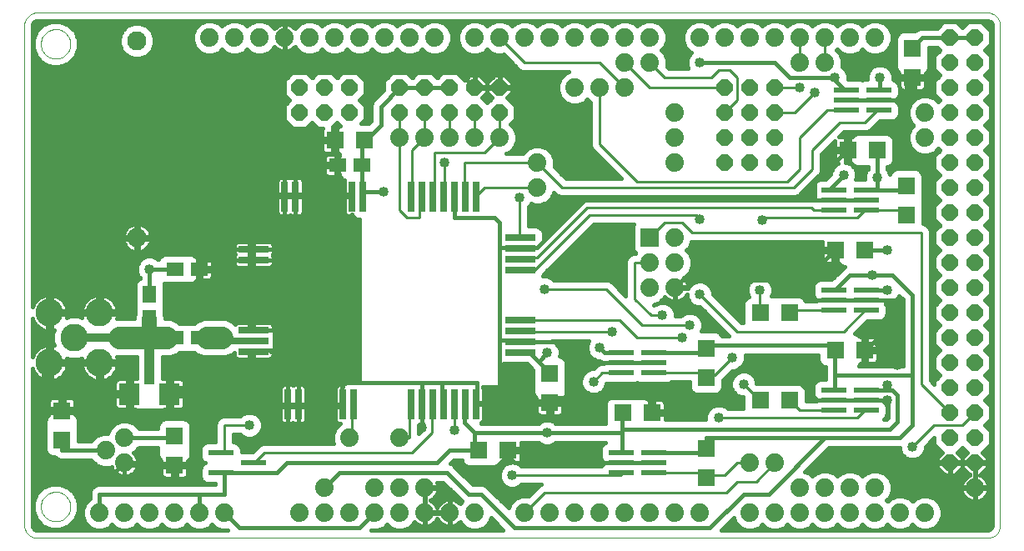
<source format=gtl>
G75*
G70*
%OFA0B0*%
%FSLAX24Y24*%
%IPPOS*%
%LPD*%
%AMOC8*
5,1,8,0,0,1.08239X$1,22.5*
%
%ADD10C,0.0000*%
%ADD11R,0.0260X0.1200*%
%ADD12R,0.1200X0.0260*%
%ADD13C,0.0740*%
%ADD14R,0.0740X0.0740*%
%ADD15C,0.0768*%
%ADD16OC8,0.0640*%
%ADD17R,0.1020X0.0220*%
%ADD18R,0.0710X0.0709*%
%ADD19R,0.0709X0.0551*%
%ADD20R,0.0551X0.0709*%
%ADD21C,0.1100*%
%ADD22R,0.0709X0.0710*%
%ADD23R,0.0400X0.1200*%
%ADD24R,0.0840X0.0880*%
%ADD25C,0.0150*%
%ADD26C,0.0400*%
%ADD27C,0.0100*%
%ADD28C,0.0160*%
%ADD29C,0.0600*%
%ADD30C,0.0320*%
%ADD31C,0.0910*%
%ADD32C,0.0300*%
%ADD33C,0.0400*%
%ADD34C,0.0260*%
D10*
X001675Y001175D02*
X039675Y001175D01*
X039719Y001177D01*
X039762Y001183D01*
X039804Y001192D01*
X039846Y001205D01*
X039886Y001222D01*
X039925Y001242D01*
X039962Y001265D01*
X039996Y001292D01*
X040029Y001321D01*
X040058Y001354D01*
X040085Y001388D01*
X040108Y001425D01*
X040128Y001464D01*
X040145Y001504D01*
X040158Y001546D01*
X040167Y001588D01*
X040173Y001631D01*
X040175Y001675D01*
X040175Y021675D01*
X040173Y021719D01*
X040167Y021762D01*
X040158Y021804D01*
X040145Y021846D01*
X040128Y021886D01*
X040108Y021925D01*
X040085Y021962D01*
X040058Y021996D01*
X040029Y022029D01*
X039996Y022058D01*
X039962Y022085D01*
X039925Y022108D01*
X039886Y022128D01*
X039846Y022145D01*
X039804Y022158D01*
X039762Y022167D01*
X039719Y022173D01*
X039675Y022175D01*
X001675Y022175D01*
X001631Y022173D01*
X001588Y022167D01*
X001546Y022158D01*
X001504Y022145D01*
X001464Y022128D01*
X001425Y022108D01*
X001388Y022085D01*
X001354Y022058D01*
X001321Y022029D01*
X001292Y021996D01*
X001265Y021962D01*
X001242Y021925D01*
X001222Y021886D01*
X001205Y021846D01*
X001192Y021804D01*
X001183Y021762D01*
X001177Y021719D01*
X001175Y021675D01*
X001175Y001675D01*
X001177Y001631D01*
X001183Y001588D01*
X001192Y001546D01*
X001205Y001504D01*
X001222Y001464D01*
X001242Y001425D01*
X001265Y001388D01*
X001292Y001354D01*
X001321Y001321D01*
X001354Y001292D01*
X001388Y001265D01*
X001425Y001242D01*
X001464Y001222D01*
X001504Y001205D01*
X001546Y001192D01*
X001588Y001183D01*
X001631Y001177D01*
X001675Y001175D01*
X001834Y002425D02*
X001836Y002473D01*
X001842Y002521D01*
X001852Y002568D01*
X001865Y002614D01*
X001883Y002659D01*
X001903Y002703D01*
X001928Y002745D01*
X001956Y002784D01*
X001986Y002821D01*
X002020Y002855D01*
X002057Y002887D01*
X002095Y002916D01*
X002136Y002941D01*
X002179Y002963D01*
X002224Y002981D01*
X002270Y002995D01*
X002317Y003006D01*
X002365Y003013D01*
X002413Y003016D01*
X002461Y003015D01*
X002509Y003010D01*
X002557Y003001D01*
X002603Y002989D01*
X002648Y002972D01*
X002692Y002952D01*
X002734Y002929D01*
X002774Y002902D01*
X002812Y002872D01*
X002847Y002839D01*
X002879Y002803D01*
X002909Y002765D01*
X002935Y002724D01*
X002957Y002681D01*
X002977Y002637D01*
X002992Y002592D01*
X003004Y002545D01*
X003012Y002497D01*
X003016Y002449D01*
X003016Y002401D01*
X003012Y002353D01*
X003004Y002305D01*
X002992Y002258D01*
X002977Y002213D01*
X002957Y002169D01*
X002935Y002126D01*
X002909Y002085D01*
X002879Y002047D01*
X002847Y002011D01*
X002812Y001978D01*
X002774Y001948D01*
X002734Y001921D01*
X002692Y001898D01*
X002648Y001878D01*
X002603Y001861D01*
X002557Y001849D01*
X002509Y001840D01*
X002461Y001835D01*
X002413Y001834D01*
X002365Y001837D01*
X002317Y001844D01*
X002270Y001855D01*
X002224Y001869D01*
X002179Y001887D01*
X002136Y001909D01*
X002095Y001934D01*
X002057Y001963D01*
X002020Y001995D01*
X001986Y002029D01*
X001956Y002066D01*
X001928Y002105D01*
X001903Y002147D01*
X001883Y002191D01*
X001865Y002236D01*
X001852Y002282D01*
X001842Y002329D01*
X001836Y002377D01*
X001834Y002425D01*
X001834Y020925D02*
X001836Y020973D01*
X001842Y021021D01*
X001852Y021068D01*
X001865Y021114D01*
X001883Y021159D01*
X001903Y021203D01*
X001928Y021245D01*
X001956Y021284D01*
X001986Y021321D01*
X002020Y021355D01*
X002057Y021387D01*
X002095Y021416D01*
X002136Y021441D01*
X002179Y021463D01*
X002224Y021481D01*
X002270Y021495D01*
X002317Y021506D01*
X002365Y021513D01*
X002413Y021516D01*
X002461Y021515D01*
X002509Y021510D01*
X002557Y021501D01*
X002603Y021489D01*
X002648Y021472D01*
X002692Y021452D01*
X002734Y021429D01*
X002774Y021402D01*
X002812Y021372D01*
X002847Y021339D01*
X002879Y021303D01*
X002909Y021265D01*
X002935Y021224D01*
X002957Y021181D01*
X002977Y021137D01*
X002992Y021092D01*
X003004Y021045D01*
X003012Y020997D01*
X003016Y020949D01*
X003016Y020901D01*
X003012Y020853D01*
X003004Y020805D01*
X002992Y020758D01*
X002977Y020713D01*
X002957Y020669D01*
X002935Y020626D01*
X002909Y020585D01*
X002879Y020547D01*
X002847Y020511D01*
X002812Y020478D01*
X002774Y020448D01*
X002734Y020421D01*
X002692Y020398D01*
X002648Y020378D01*
X002603Y020361D01*
X002557Y020349D01*
X002509Y020340D01*
X002461Y020335D01*
X002413Y020334D01*
X002365Y020337D01*
X002317Y020344D01*
X002270Y020355D01*
X002224Y020369D01*
X002179Y020387D01*
X002136Y020409D01*
X002095Y020434D01*
X002057Y020463D01*
X002020Y020495D01*
X001986Y020529D01*
X001956Y020566D01*
X001928Y020605D01*
X001903Y020647D01*
X001883Y020691D01*
X001865Y020736D01*
X001852Y020782D01*
X001842Y020829D01*
X001836Y020877D01*
X001834Y020925D01*
D11*
X011581Y014823D03*
X012014Y014823D03*
X014258Y014823D03*
X014691Y014823D03*
X016620Y014823D03*
X017053Y014823D03*
X017486Y014823D03*
X017919Y014823D03*
X018352Y014823D03*
X018785Y014823D03*
X019218Y014823D03*
X019218Y006527D03*
X018785Y006527D03*
X018352Y006527D03*
X017919Y006527D03*
X017486Y006527D03*
X017053Y006527D03*
X016620Y006527D03*
X014336Y006527D03*
X013903Y006527D03*
X012132Y006527D03*
X011699Y006527D03*
D12*
X010346Y008628D03*
X010346Y009061D03*
X010346Y009494D03*
X010346Y012289D03*
X010346Y012722D03*
X021004Y012762D03*
X021004Y013195D03*
X021004Y012329D03*
X021004Y011895D03*
X021004Y009888D03*
X021004Y009455D03*
X021004Y009021D03*
X021004Y008588D03*
D13*
X026175Y011175D03*
X027175Y011175D03*
X027175Y012175D03*
X026175Y012175D03*
X027175Y013175D03*
X027175Y016175D03*
X027175Y017175D03*
X027175Y018175D03*
X025175Y019175D03*
X024175Y019175D03*
X023175Y019175D03*
X025175Y020175D03*
X026175Y020175D03*
X026175Y021175D03*
X025175Y021175D03*
X024175Y021175D03*
X023175Y021175D03*
X022175Y021175D03*
X021175Y021175D03*
X020175Y021175D03*
X019175Y021175D03*
X017575Y021175D03*
X016575Y021175D03*
X015575Y021175D03*
X014575Y021175D03*
X013575Y021175D03*
X012575Y021175D03*
X011575Y021175D03*
X010575Y021175D03*
X009575Y021175D03*
X008575Y021175D03*
X016175Y017175D03*
X017175Y017175D03*
X018175Y017175D03*
X019175Y017175D03*
X020175Y017175D03*
X021675Y016175D03*
X021675Y015175D03*
X032175Y020175D03*
X033175Y020175D03*
X033175Y021175D03*
X034175Y021175D03*
X035175Y021175D03*
X032175Y021175D03*
X031175Y021175D03*
X030175Y021175D03*
X029175Y021175D03*
X028175Y021175D03*
X037175Y018175D03*
X037175Y017175D03*
X016175Y005175D03*
X014175Y005175D03*
X013175Y003175D03*
X013175Y002175D03*
X012175Y002175D03*
X014175Y002175D03*
X015175Y002175D03*
X016175Y002175D03*
X017175Y002175D03*
X018175Y002175D03*
X019175Y002175D03*
X021175Y002175D03*
X022175Y002175D03*
X023175Y002175D03*
X024175Y002175D03*
X025175Y002175D03*
X026175Y002175D03*
X027175Y002175D03*
X028175Y002175D03*
X030175Y002175D03*
X031175Y002175D03*
X032175Y002175D03*
X033175Y002175D03*
X034175Y002175D03*
X035175Y002175D03*
X036175Y002175D03*
X037175Y002175D03*
X035175Y003175D03*
X034175Y003175D03*
X033175Y003175D03*
X032175Y003175D03*
X031175Y004175D03*
X030175Y004175D03*
X039175Y003175D03*
X017175Y003175D03*
X016175Y003175D03*
X015175Y003175D03*
X009175Y002175D03*
X008175Y002175D03*
X007175Y002175D03*
X006175Y002175D03*
X005175Y002175D03*
X004175Y002175D03*
X005175Y004175D03*
X004425Y004675D03*
X005175Y005175D03*
D14*
X026175Y013175D03*
D15*
X005675Y013175D03*
X005675Y021049D03*
D16*
X012175Y019175D03*
X013175Y019175D03*
X014175Y019175D03*
X014175Y018175D03*
X013175Y018175D03*
X012175Y018175D03*
X016175Y018175D03*
X017175Y018175D03*
X018175Y018175D03*
X019175Y018175D03*
X020175Y018175D03*
X020175Y019175D03*
X019175Y019175D03*
X018175Y019175D03*
X017175Y019175D03*
X016175Y019175D03*
X029175Y019175D03*
X030175Y019175D03*
X031175Y019175D03*
X031175Y018175D03*
X030175Y018175D03*
X029175Y018175D03*
X029175Y017175D03*
X030175Y017175D03*
X031175Y017175D03*
X031175Y016175D03*
X030175Y016175D03*
X029175Y016175D03*
X038175Y016175D03*
X039175Y016175D03*
X039175Y017175D03*
X038175Y017175D03*
X038175Y018175D03*
X039175Y018175D03*
X039175Y019175D03*
X038175Y019175D03*
X038175Y020175D03*
X039175Y020175D03*
X039175Y021175D03*
X038175Y021175D03*
X038175Y015175D03*
X039175Y015175D03*
X039175Y014175D03*
X038175Y014175D03*
X038175Y013175D03*
X039175Y013175D03*
X039175Y012175D03*
X038175Y012175D03*
X038175Y011175D03*
X039175Y011175D03*
X039175Y010175D03*
X038175Y010175D03*
X038175Y009175D03*
X039175Y009175D03*
X039175Y008175D03*
X038175Y008175D03*
X038175Y007175D03*
X039175Y007175D03*
X039175Y006175D03*
X038175Y006175D03*
X038175Y005175D03*
X039175Y005175D03*
X039175Y004175D03*
X038175Y004175D03*
D17*
X034825Y006275D03*
X034825Y006675D03*
X034825Y007075D03*
X033525Y007075D03*
X033525Y006675D03*
X033525Y006275D03*
X033525Y010275D03*
X033525Y010675D03*
X033525Y011075D03*
X034825Y011075D03*
X034825Y010675D03*
X034825Y010275D03*
X034825Y014275D03*
X034825Y014675D03*
X034825Y015075D03*
X033525Y015075D03*
X033525Y014675D03*
X033525Y014275D03*
X034025Y018275D03*
X034025Y018675D03*
X034025Y019075D03*
X035325Y019075D03*
X035325Y018675D03*
X035325Y018275D03*
X026325Y008575D03*
X026325Y008175D03*
X026325Y007775D03*
X025025Y007775D03*
X025025Y008175D03*
X025025Y008575D03*
X025025Y004575D03*
X025025Y004175D03*
X025025Y003775D03*
X026325Y003775D03*
X026325Y004175D03*
X026325Y004575D03*
X010325Y004175D03*
X009025Y003775D03*
X009025Y004575D03*
D18*
X007175Y004085D03*
X007175Y005265D03*
X002675Y005085D03*
X002675Y006265D03*
X022175Y006585D03*
X022175Y007765D03*
X028425Y007585D03*
X028425Y008765D03*
X028425Y004765D03*
X028425Y003585D03*
X036425Y014085D03*
X036425Y015265D03*
X036675Y019585D03*
X036675Y020765D03*
D19*
X014657Y016075D03*
X013693Y016075D03*
X008157Y011925D03*
X007193Y011925D03*
X007193Y009175D03*
X008157Y009175D03*
D20*
X006175Y009943D03*
X006175Y010907D03*
D21*
X004175Y010175D03*
X003175Y009175D03*
X002175Y008175D03*
X004175Y008175D03*
X002175Y010175D03*
D22*
X013585Y017075D03*
X014765Y017075D03*
X030585Y010175D03*
X031765Y010175D03*
X033585Y008675D03*
X034765Y008675D03*
X031765Y006675D03*
X030585Y006675D03*
X026265Y006175D03*
X025085Y006175D03*
X020515Y004675D03*
X019335Y004675D03*
X033585Y012675D03*
X034765Y012675D03*
X035265Y016675D03*
X034085Y016675D03*
D23*
X006175Y007925D03*
D24*
X005375Y006925D03*
X006975Y006925D03*
D25*
X006975Y007175D01*
X010175Y007175D01*
X010175Y008675D01*
X010346Y008628D01*
X010375Y008575D01*
X010175Y008675D01*
X011175Y008675D01*
X011175Y009475D01*
X010375Y009475D01*
X010346Y009494D01*
X010175Y009494D01*
X010175Y012289D01*
X010346Y012289D01*
X009571Y012289D01*
X009571Y012136D01*
X009583Y012092D01*
X009606Y012052D01*
X009639Y012019D01*
X009679Y011996D01*
X009723Y011984D01*
X010346Y011984D01*
X010346Y012289D01*
X010346Y012289D01*
X010346Y012289D01*
X009571Y012289D01*
X009571Y012442D01*
X009583Y012487D01*
X009594Y012506D01*
X009583Y012525D01*
X009571Y012569D01*
X009571Y012722D01*
X010346Y012722D01*
X010346Y012722D01*
X010346Y012722D01*
X010346Y012289D01*
X010346Y011984D01*
X010969Y011984D01*
X011014Y011996D01*
X011054Y012019D01*
X011086Y012052D01*
X011109Y012092D01*
X011121Y012136D01*
X011121Y012289D01*
X010346Y012289D01*
X010175Y012375D01*
X010175Y012675D01*
X010346Y012722D01*
X009571Y012722D01*
X009571Y012875D01*
X009583Y012920D01*
X009606Y012960D01*
X009639Y012992D01*
X009679Y013015D01*
X009723Y013027D01*
X010346Y013027D01*
X010346Y012722D01*
X010346Y012417D01*
X010346Y012289D01*
X010275Y012275D01*
X008175Y012275D01*
X008175Y011925D01*
X008157Y011925D01*
X008108Y011988D02*
X008108Y012263D01*
X008094Y012296D01*
X008094Y012376D01*
X008062Y012376D01*
X008060Y012379D01*
X007972Y012468D01*
X007856Y012516D01*
X006776Y012516D01*
X006660Y012468D01*
X006571Y012379D01*
X006545Y012315D01*
X006513Y012315D01*
X006467Y012362D01*
X006277Y012440D01*
X006073Y012440D01*
X005883Y012362D01*
X005738Y012217D01*
X005660Y012027D01*
X005660Y011823D01*
X005738Y011633D01*
X005785Y011587D01*
X005785Y011555D01*
X005721Y011529D01*
X005632Y011440D01*
X005584Y011324D01*
X005584Y010124D01*
X005560Y010065D01*
X005560Y009945D01*
X004864Y009945D01*
X004888Y010033D01*
X004896Y010100D01*
X004250Y010100D01*
X004250Y010250D01*
X004100Y010250D01*
X004100Y010896D01*
X004033Y010888D01*
X003941Y010863D01*
X003854Y010827D01*
X003771Y010779D01*
X003696Y010721D01*
X003629Y010654D01*
X003571Y010579D01*
X003523Y010496D01*
X003487Y010409D01*
X003462Y010317D01*
X003454Y010250D01*
X004100Y010250D01*
X004100Y010100D01*
X003454Y010100D01*
X003462Y010033D01*
X003475Y009987D01*
X003347Y010040D01*
X003003Y010040D01*
X002875Y009987D01*
X002888Y010033D01*
X002896Y010100D01*
X002250Y010100D01*
X002250Y010250D01*
X002100Y010250D01*
X002100Y010896D01*
X002033Y010888D01*
X001941Y010863D01*
X001854Y010827D01*
X001771Y010779D01*
X001696Y010721D01*
X001629Y010654D01*
X001571Y010579D01*
X001523Y010496D01*
X001490Y010416D01*
X001490Y021675D01*
X001494Y021711D01*
X001521Y021778D01*
X001572Y021829D01*
X001639Y021856D01*
X001675Y021860D01*
X039675Y021860D01*
X039711Y021856D01*
X039778Y021829D01*
X039829Y021778D01*
X039856Y021711D01*
X039860Y021675D01*
X039860Y001675D01*
X039856Y001639D01*
X039829Y001572D01*
X039778Y001521D01*
X039711Y001494D01*
X039675Y001490D01*
X029042Y001490D01*
X029519Y001968D01*
X029594Y001787D01*
X029787Y001594D01*
X030039Y001490D01*
X030311Y001490D01*
X030563Y001594D01*
X030675Y001706D01*
X030787Y001594D01*
X031039Y001490D01*
X031311Y001490D01*
X031563Y001594D01*
X031675Y001706D01*
X031787Y001594D01*
X032039Y001490D01*
X032311Y001490D01*
X032563Y001594D01*
X032675Y001706D01*
X032787Y001594D01*
X033039Y001490D01*
X033311Y001490D01*
X033563Y001594D01*
X033675Y001706D01*
X033787Y001594D01*
X034039Y001490D01*
X034311Y001490D01*
X034563Y001594D01*
X034675Y001706D01*
X034787Y001594D01*
X035039Y001490D01*
X035311Y001490D01*
X035563Y001594D01*
X035675Y001706D01*
X035787Y001594D01*
X036039Y001490D01*
X036311Y001490D01*
X036563Y001594D01*
X036675Y001706D01*
X036787Y001594D01*
X037039Y001490D01*
X037311Y001490D01*
X037563Y001594D01*
X037756Y001787D01*
X037860Y002039D01*
X037860Y002311D01*
X037756Y002563D01*
X037563Y002756D01*
X037311Y002860D01*
X037039Y002860D01*
X036787Y002756D01*
X036675Y002644D01*
X036563Y002756D01*
X036311Y002860D01*
X036039Y002860D01*
X035787Y002756D01*
X035675Y002644D01*
X035644Y002675D01*
X035756Y002787D01*
X035860Y003039D01*
X035860Y003311D01*
X035756Y003563D01*
X035563Y003756D01*
X035311Y003860D01*
X035039Y003860D01*
X034787Y003756D01*
X034675Y003644D01*
X034563Y003756D01*
X034311Y003860D01*
X034039Y003860D01*
X033787Y003756D01*
X033675Y003644D01*
X033563Y003756D01*
X033311Y003860D01*
X033039Y003860D01*
X032787Y003756D01*
X032675Y003644D01*
X032563Y003756D01*
X032382Y003831D01*
X033337Y004785D01*
X036160Y004785D01*
X036160Y004723D01*
X036238Y004533D01*
X036383Y004388D01*
X036573Y004310D01*
X036777Y004310D01*
X036967Y004388D01*
X037112Y004533D01*
X037190Y004723D01*
X037190Y004824D01*
X037540Y005174D01*
X037540Y004912D01*
X037876Y004576D01*
X037680Y004380D01*
X037680Y004200D01*
X038150Y004200D01*
X038150Y004150D01*
X038200Y004150D01*
X038200Y004200D01*
X038670Y004200D01*
X038670Y004380D01*
X038474Y004576D01*
X038675Y004777D01*
X038876Y004576D01*
X038680Y004380D01*
X038680Y004200D01*
X039150Y004200D01*
X039150Y004150D01*
X038680Y004150D01*
X038680Y003970D01*
X038969Y003681D01*
X038966Y003680D01*
X038889Y003641D01*
X038820Y003591D01*
X038759Y003530D01*
X038709Y003461D01*
X038670Y003384D01*
X038643Y003303D01*
X038630Y003218D01*
X038630Y003200D01*
X039150Y003200D01*
X039150Y003680D01*
X039150Y004150D01*
X039200Y004150D01*
X039200Y004200D01*
X039670Y004200D01*
X039670Y004380D01*
X039474Y004576D01*
X039810Y004912D01*
X039810Y005438D01*
X039573Y005675D01*
X039810Y005912D01*
X039810Y006438D01*
X039573Y006675D01*
X039810Y006912D01*
X039810Y007438D01*
X039573Y007675D01*
X039810Y007912D01*
X039810Y008438D01*
X039573Y008675D01*
X039810Y008912D01*
X039810Y009438D01*
X039573Y009675D01*
X039810Y009912D01*
X039810Y010438D01*
X039573Y010675D01*
X039810Y010912D01*
X039810Y011438D01*
X039573Y011675D01*
X039810Y011912D01*
X039810Y012438D01*
X039573Y012675D01*
X039810Y012912D01*
X039810Y013438D01*
X039573Y013675D01*
X039810Y013912D01*
X039810Y014438D01*
X039573Y014675D01*
X039810Y014912D01*
X039810Y015438D01*
X039573Y015675D01*
X039810Y015912D01*
X039810Y016438D01*
X039573Y016675D01*
X039810Y016912D01*
X039810Y017438D01*
X039573Y017675D01*
X039810Y017912D01*
X039810Y018438D01*
X039573Y018675D01*
X039810Y018912D01*
X039810Y019438D01*
X039573Y019675D01*
X039810Y019912D01*
X039810Y020438D01*
X039573Y020675D01*
X039810Y020912D01*
X039810Y021438D01*
X039438Y021810D01*
X038912Y021810D01*
X038675Y021573D01*
X038438Y021810D01*
X037912Y021810D01*
X037667Y021565D01*
X036997Y021565D01*
X036854Y021506D01*
X036783Y021434D01*
X036257Y021434D01*
X036142Y021387D01*
X036053Y021298D01*
X036005Y021182D01*
X036005Y020348D01*
X036010Y020336D01*
X036010Y019952D01*
X036058Y019837D01*
X036145Y019749D01*
X036145Y019660D01*
X036600Y019660D01*
X036600Y019510D01*
X036145Y019510D01*
X036145Y019260D01*
X036102Y019363D01*
X036013Y019452D01*
X035898Y019500D01*
X035890Y019500D01*
X035890Y019677D01*
X035812Y019867D01*
X035667Y020012D01*
X035477Y020090D01*
X035273Y020090D01*
X035083Y020012D01*
X034938Y019867D01*
X034860Y019677D01*
X034860Y019500D01*
X034752Y019500D01*
X034675Y019468D01*
X034598Y019500D01*
X034102Y019500D01*
X034090Y019512D01*
X034090Y019677D01*
X034012Y019867D01*
X033867Y020012D01*
X033851Y020018D01*
X033860Y020039D01*
X033860Y020311D01*
X033756Y020563D01*
X033644Y020675D01*
X033675Y020706D01*
X033787Y020594D01*
X034039Y020490D01*
X034311Y020490D01*
X034563Y020594D01*
X034675Y020706D01*
X034787Y020594D01*
X035039Y020490D01*
X035311Y020490D01*
X035563Y020594D01*
X035756Y020787D01*
X035860Y021039D01*
X035860Y021311D01*
X035756Y021563D01*
X035563Y021756D01*
X035311Y021860D01*
X035039Y021860D01*
X034787Y021756D01*
X034675Y021644D01*
X034563Y021756D01*
X034311Y021860D01*
X034039Y021860D01*
X033787Y021756D01*
X033675Y021644D01*
X033563Y021756D01*
X033311Y021860D01*
X033039Y021860D01*
X032787Y021756D01*
X032675Y021644D01*
X032563Y021756D01*
X032311Y021860D01*
X032039Y021860D01*
X031787Y021756D01*
X031675Y021644D01*
X031563Y021756D01*
X031311Y021860D01*
X031039Y021860D01*
X030787Y021756D01*
X030675Y021644D01*
X030563Y021756D01*
X030311Y021860D01*
X030039Y021860D01*
X029787Y021756D01*
X029675Y021644D01*
X029563Y021756D01*
X029311Y021860D01*
X029039Y021860D01*
X028787Y021756D01*
X028675Y021644D01*
X028563Y021756D01*
X028311Y021860D01*
X028039Y021860D01*
X027787Y021756D01*
X027594Y021563D01*
X027490Y021311D01*
X027490Y021039D01*
X027594Y020787D01*
X027787Y020594D01*
X027843Y020571D01*
X027738Y020467D01*
X027660Y020277D01*
X027660Y020073D01*
X027715Y019940D01*
X026926Y019940D01*
X026850Y020016D01*
X026860Y020039D01*
X026860Y020311D01*
X026756Y020563D01*
X026644Y020675D01*
X026756Y020787D01*
X026860Y021039D01*
X026860Y021311D01*
X026756Y021563D01*
X026563Y021756D01*
X026311Y021860D01*
X026039Y021860D01*
X025787Y021756D01*
X025675Y021644D01*
X025563Y021756D01*
X025311Y021860D01*
X025039Y021860D01*
X024787Y021756D01*
X024675Y021644D01*
X024563Y021756D01*
X024311Y021860D01*
X024039Y021860D01*
X023787Y021756D01*
X023675Y021644D01*
X023563Y021756D01*
X023311Y021860D01*
X023039Y021860D01*
X022787Y021756D01*
X022675Y021644D01*
X022563Y021756D01*
X022311Y021860D01*
X022039Y021860D01*
X021787Y021756D01*
X021675Y021644D01*
X021563Y021756D01*
X021311Y021860D01*
X021039Y021860D01*
X020787Y021756D01*
X020675Y021644D01*
X020563Y021756D01*
X020311Y021860D01*
X020039Y021860D01*
X019787Y021756D01*
X019675Y021644D01*
X019563Y021756D01*
X019311Y021860D01*
X019039Y021860D01*
X018787Y021756D01*
X018594Y021563D01*
X018490Y021311D01*
X018490Y021039D01*
X018594Y020787D01*
X018787Y020594D01*
X019039Y020490D01*
X019311Y020490D01*
X019563Y020594D01*
X019675Y020706D01*
X019787Y020594D01*
X020039Y020490D01*
X020311Y020490D01*
X020334Y020500D01*
X020968Y019866D01*
X021102Y019810D01*
X022918Y019810D01*
X022787Y019756D01*
X022594Y019563D01*
X022490Y019311D01*
X022490Y019039D01*
X022594Y018787D01*
X022787Y018594D01*
X023039Y018490D01*
X023311Y018490D01*
X023563Y018594D01*
X023675Y018706D01*
X023787Y018594D01*
X023810Y018585D01*
X023810Y016852D01*
X023866Y016718D01*
X025044Y015540D01*
X022826Y015540D01*
X022350Y016016D01*
X022360Y016039D01*
X022360Y016311D01*
X022256Y016563D01*
X022063Y016756D01*
X021811Y016860D01*
X021539Y016860D01*
X021287Y016756D01*
X021094Y016563D01*
X021085Y016540D01*
X020432Y016540D01*
X020563Y016594D01*
X020756Y016787D01*
X020860Y017039D01*
X020860Y017311D01*
X020756Y017563D01*
X020608Y017710D01*
X020810Y017912D01*
X020810Y018438D01*
X020474Y018774D01*
X020670Y018970D01*
X020670Y019150D01*
X020200Y019150D01*
X020200Y019200D01*
X020150Y019200D01*
X020150Y019670D01*
X019970Y019670D01*
X019680Y019380D01*
X019680Y019200D01*
X020150Y019200D01*
X020150Y019150D01*
X019680Y019150D01*
X019680Y018970D01*
X019876Y018774D01*
X019675Y018573D01*
X019474Y018774D01*
X019670Y018970D01*
X019670Y019150D01*
X019200Y019150D01*
X019200Y019200D01*
X019150Y019200D01*
X019150Y019670D01*
X018970Y019670D01*
X018774Y019474D01*
X018438Y019810D01*
X017912Y019810D01*
X017675Y019573D01*
X017438Y019810D01*
X016912Y019810D01*
X016675Y019573D01*
X016438Y019810D01*
X015912Y019810D01*
X015540Y019438D01*
X015540Y019092D01*
X015094Y018646D01*
X015035Y018503D01*
X015035Y017837D01*
X014943Y017745D01*
X014643Y017745D01*
X014810Y017912D01*
X014810Y018438D01*
X014573Y018675D01*
X014810Y018912D01*
X014810Y019438D01*
X014438Y019810D01*
X013912Y019810D01*
X013675Y019573D01*
X013438Y019810D01*
X012912Y019810D01*
X012675Y019573D01*
X012438Y019810D01*
X011912Y019810D01*
X011540Y019438D01*
X011540Y018912D01*
X011777Y018675D01*
X011540Y018438D01*
X011540Y017912D01*
X011912Y017540D01*
X012438Y017540D01*
X012675Y017777D01*
X012912Y017540D01*
X013093Y017540D01*
X013090Y017537D01*
X013067Y017497D01*
X013056Y017453D01*
X013056Y017150D01*
X013510Y017150D01*
X013510Y017605D01*
X013503Y017605D01*
X013675Y017777D01*
X013798Y017654D01*
X013749Y017605D01*
X013660Y017605D01*
X013660Y017150D01*
X013510Y017150D01*
X013510Y017000D01*
X013660Y017000D01*
X013660Y016545D01*
X013749Y016545D01*
X013769Y016526D01*
X013756Y016526D01*
X013756Y016446D01*
X013742Y016413D01*
X013742Y016138D01*
X013630Y016138D01*
X013630Y016526D01*
X013315Y016526D01*
X013271Y016514D01*
X013231Y016491D01*
X013198Y016458D01*
X013175Y016418D01*
X013163Y016374D01*
X013163Y016138D01*
X013630Y016138D01*
X013630Y016012D01*
X013742Y016012D01*
X013742Y015737D01*
X013756Y015704D01*
X013756Y015624D01*
X013788Y015624D01*
X013790Y015621D01*
X013878Y015532D01*
X013968Y015495D01*
X013965Y015490D01*
X013953Y015446D01*
X013953Y014823D01*
X014246Y014823D01*
X014246Y014823D01*
X013953Y014823D01*
X013953Y014200D01*
X013965Y014155D01*
X013988Y014115D01*
X014020Y014083D01*
X014060Y014060D01*
X014105Y014048D01*
X014258Y014048D01*
X014292Y014048D01*
X014294Y014044D01*
X014382Y013956D01*
X014498Y013908D01*
X014581Y013908D01*
X014573Y013887D01*
X014573Y007463D01*
X014592Y007416D01*
X014529Y007442D01*
X014144Y007442D01*
X014028Y007394D01*
X013939Y007306D01*
X013938Y007302D01*
X013903Y007302D01*
X013750Y007302D01*
X013706Y007290D01*
X013666Y007267D01*
X013633Y007235D01*
X013610Y007195D01*
X013598Y007150D01*
X013598Y006527D01*
X013598Y005904D01*
X013610Y005860D01*
X013633Y005820D01*
X013666Y005787D01*
X013706Y005764D01*
X013750Y005752D01*
X013784Y005752D01*
X013594Y005563D01*
X013490Y005311D01*
X013490Y005039D01*
X013531Y004940D01*
X010702Y004940D01*
X010568Y004884D01*
X010466Y004782D01*
X010284Y004600D01*
X009850Y004600D01*
X009850Y004748D01*
X009802Y004863D01*
X009713Y004952D01*
X009598Y005000D01*
X009540Y005000D01*
X009540Y005310D01*
X009812Y005310D01*
X009883Y005238D01*
X010073Y005160D01*
X010277Y005160D01*
X010467Y005238D01*
X010612Y005383D01*
X010690Y005573D01*
X010690Y005777D01*
X010612Y005967D01*
X010467Y006112D01*
X010277Y006190D01*
X010073Y006190D01*
X009883Y006112D01*
X009812Y006040D01*
X009102Y006040D01*
X008968Y005984D01*
X008866Y005882D01*
X008810Y005748D01*
X008810Y005000D01*
X008452Y005000D01*
X008337Y004952D01*
X008248Y004863D01*
X008200Y004748D01*
X008200Y004402D01*
X008248Y004287D01*
X008337Y004198D01*
X008392Y004175D01*
X008337Y004152D01*
X008248Y004063D01*
X008200Y003948D01*
X008200Y003602D01*
X008248Y003487D01*
X008337Y003398D01*
X008452Y003350D01*
X008785Y003350D01*
X008785Y003315D01*
X004097Y003315D01*
X003954Y003256D01*
X003844Y003146D01*
X003785Y003003D01*
X003785Y002754D01*
X003594Y002563D01*
X003490Y002311D01*
X003490Y002039D01*
X003594Y001787D01*
X003787Y001594D01*
X004039Y001490D01*
X004311Y001490D01*
X004563Y001594D01*
X004675Y001706D01*
X004787Y001594D01*
X005039Y001490D01*
X005311Y001490D01*
X005563Y001594D01*
X005675Y001706D01*
X005787Y001594D01*
X006039Y001490D01*
X006311Y001490D01*
X006563Y001594D01*
X006675Y001706D01*
X006787Y001594D01*
X007039Y001490D01*
X007311Y001490D01*
X007563Y001594D01*
X007675Y001706D01*
X007787Y001594D01*
X008039Y001490D01*
X008311Y001490D01*
X008563Y001594D01*
X008675Y001706D01*
X008787Y001594D01*
X009039Y001490D01*
X009308Y001490D01*
X009308Y001490D01*
X001675Y001490D01*
X001639Y001494D01*
X001572Y001521D01*
X001521Y001572D01*
X001494Y001639D01*
X001490Y001675D01*
X001490Y007934D01*
X001523Y007854D01*
X001571Y007771D01*
X001629Y007696D01*
X001696Y007629D01*
X001771Y007571D01*
X001854Y007523D01*
X001941Y007487D01*
X002033Y007462D01*
X002100Y007454D01*
X002100Y008100D01*
X002250Y008100D01*
X002250Y008250D01*
X002100Y008250D01*
X002100Y008896D01*
X002033Y008888D01*
X001941Y008863D01*
X001854Y008827D01*
X001771Y008779D01*
X001696Y008721D01*
X001629Y008654D01*
X001571Y008579D01*
X001523Y008496D01*
X001490Y008416D01*
X001490Y009934D01*
X001523Y009854D01*
X001571Y009771D01*
X001629Y009696D01*
X001696Y009629D01*
X001771Y009571D01*
X001854Y009523D01*
X001941Y009487D01*
X002033Y009462D01*
X002100Y009454D01*
X002100Y010100D01*
X002250Y010100D01*
X002250Y009454D01*
X002317Y009462D01*
X002363Y009475D01*
X002310Y009347D01*
X002310Y009003D01*
X002363Y008875D01*
X002317Y008888D01*
X002250Y008896D01*
X002250Y008250D01*
X002896Y008250D01*
X002888Y008317D01*
X002875Y008363D01*
X003003Y008310D01*
X003347Y008310D01*
X003475Y008363D01*
X003462Y008317D01*
X003454Y008250D01*
X004100Y008250D01*
X004100Y008100D01*
X004250Y008100D01*
X004250Y008250D01*
X004896Y008250D01*
X004888Y008317D01*
X004864Y008405D01*
X005660Y008405D01*
X005660Y007540D01*
X005450Y007540D01*
X005450Y007000D01*
X005300Y007000D01*
X005300Y007540D01*
X004932Y007540D01*
X004887Y007528D01*
X004848Y007505D01*
X004815Y007472D01*
X004792Y007433D01*
X004780Y007388D01*
X004780Y007000D01*
X005300Y007000D01*
X005300Y006850D01*
X005450Y006850D01*
X005450Y006310D01*
X005587Y006310D01*
X005588Y006307D01*
X005677Y006218D01*
X005792Y006170D01*
X006558Y006170D01*
X006673Y006218D01*
X006762Y006307D01*
X006763Y006310D01*
X006900Y006310D01*
X006900Y006850D01*
X007050Y006850D01*
X007050Y007000D01*
X006900Y007000D01*
X006900Y007540D01*
X006690Y007540D01*
X006690Y008405D01*
X007028Y008405D01*
X007311Y008522D01*
X007373Y008584D01*
X007977Y008584D01*
X008039Y008522D01*
X008322Y008405D01*
X009228Y008405D01*
X009511Y008522D01*
X009571Y008582D01*
X009571Y008475D01*
X009583Y008430D01*
X009606Y008390D01*
X009639Y008358D01*
X009679Y008335D01*
X009723Y008323D01*
X010346Y008323D01*
X010346Y008616D01*
X010346Y008616D01*
X010346Y008323D01*
X010969Y008323D01*
X011014Y008335D01*
X011054Y008358D01*
X011086Y008390D01*
X011109Y008430D01*
X011121Y008475D01*
X011121Y008628D01*
X011121Y008662D01*
X011125Y008664D01*
X011213Y008752D01*
X011261Y008868D01*
X011261Y009253D01*
X011213Y009369D01*
X011125Y009458D01*
X011121Y009459D01*
X011121Y009494D01*
X011121Y009647D01*
X011109Y009691D01*
X011086Y009731D01*
X011054Y009764D01*
X011014Y009787D01*
X010969Y009799D01*
X010346Y009799D01*
X009723Y009799D01*
X009679Y009787D01*
X009639Y009764D01*
X009607Y009732D01*
X009511Y009828D01*
X009228Y009945D01*
X008322Y009945D01*
X008039Y009828D01*
X007977Y009766D01*
X007373Y009766D01*
X007311Y009828D01*
X007028Y009945D01*
X006790Y009945D01*
X006790Y010065D01*
X006766Y010124D01*
X006766Y011324D01*
X006758Y011342D01*
X006776Y011334D01*
X007856Y011334D01*
X007972Y011382D01*
X008060Y011471D01*
X008062Y011474D01*
X008094Y011474D01*
X008094Y011554D01*
X008108Y011587D01*
X008108Y011862D01*
X008220Y011862D01*
X008220Y011474D01*
X008535Y011474D01*
X008579Y011486D01*
X008619Y011509D01*
X008652Y011542D01*
X008675Y011582D01*
X008687Y011626D01*
X008687Y011862D01*
X008220Y011862D01*
X008220Y011988D01*
X008108Y011988D01*
X008108Y012016D02*
X008220Y012016D01*
X008220Y011988D02*
X008220Y012376D01*
X008535Y012376D01*
X008579Y012364D01*
X008619Y012341D01*
X008652Y012308D01*
X008675Y012268D01*
X008687Y012224D01*
X008687Y011988D01*
X008220Y011988D01*
X008220Y011867D02*
X014573Y011867D01*
X014573Y011719D02*
X008687Y011719D01*
X008668Y011570D02*
X014573Y011570D01*
X014573Y011422D02*
X008011Y011422D01*
X008101Y011570D02*
X008220Y011570D01*
X008220Y011719D02*
X008108Y011719D01*
X008108Y012164D02*
X008220Y012164D01*
X008220Y012313D02*
X008094Y012313D01*
X007978Y012461D02*
X009576Y012461D01*
X009571Y012313D02*
X008647Y012313D01*
X008687Y012164D02*
X009571Y012164D01*
X009645Y012016D02*
X008687Y012016D01*
X009571Y012610D02*
X001490Y012610D01*
X001490Y012758D02*
X005302Y012758D01*
X005311Y012749D02*
X005382Y012697D01*
X005460Y012657D01*
X005544Y012630D01*
X005622Y012618D01*
X005622Y013122D01*
X005728Y013122D01*
X005728Y013228D01*
X006232Y013228D01*
X006220Y013306D01*
X006193Y013390D01*
X006153Y013468D01*
X006101Y013539D01*
X006039Y013601D01*
X005968Y013653D01*
X005890Y013693D01*
X005806Y013720D01*
X005728Y013732D01*
X005728Y013228D01*
X005622Y013228D01*
X005622Y013732D01*
X005544Y013720D01*
X005460Y013693D01*
X005382Y013653D01*
X005311Y013601D01*
X005249Y013539D01*
X005197Y013468D01*
X005157Y013390D01*
X005130Y013306D01*
X005118Y013228D01*
X005622Y013228D01*
X005622Y013122D01*
X005118Y013122D01*
X005130Y013044D01*
X005157Y012960D01*
X005197Y012882D01*
X005249Y012811D01*
X005311Y012749D01*
X005185Y012907D02*
X001490Y012907D01*
X001490Y013055D02*
X005128Y013055D01*
X005622Y013055D02*
X005728Y013055D01*
X005728Y013122D02*
X005728Y012618D01*
X005806Y012630D01*
X005890Y012657D01*
X005968Y012697D01*
X006039Y012749D01*
X006101Y012811D01*
X006153Y012882D01*
X006193Y012960D01*
X006220Y013044D01*
X006232Y013122D01*
X005728Y013122D01*
X005728Y013204D02*
X014573Y013204D01*
X014573Y013352D02*
X006205Y013352D01*
X006129Y013501D02*
X014573Y013501D01*
X014573Y013649D02*
X005973Y013649D01*
X005728Y013649D02*
X005622Y013649D01*
X005622Y013501D02*
X005728Y013501D01*
X005728Y013352D02*
X005622Y013352D01*
X005622Y013204D02*
X001490Y013204D01*
X001490Y013352D02*
X005145Y013352D01*
X005221Y013501D02*
X001490Y013501D01*
X001490Y013649D02*
X005377Y013649D01*
X005622Y012907D02*
X005728Y012907D01*
X005728Y012758D02*
X005622Y012758D01*
X006048Y012758D02*
X009571Y012758D01*
X009580Y012907D02*
X006165Y012907D01*
X006222Y013055D02*
X014573Y013055D01*
X014573Y012907D02*
X011113Y012907D01*
X011109Y012920D02*
X011086Y012960D01*
X011054Y012992D01*
X011014Y013015D01*
X010969Y013027D01*
X010346Y013027D01*
X010346Y012722D01*
X010346Y012722D01*
X011121Y012722D01*
X011121Y012569D01*
X011109Y012525D01*
X011098Y012506D01*
X011109Y012487D01*
X011121Y012442D01*
X011121Y012289D01*
X010346Y012289D01*
X010346Y012289D01*
X010346Y012289D01*
X010346Y012313D02*
X010346Y012313D01*
X010346Y012461D02*
X010346Y012461D01*
X010346Y012610D02*
X010346Y012610D01*
X010346Y012722D02*
X011121Y012722D01*
X011121Y012875D01*
X011109Y012920D01*
X011121Y012758D02*
X014573Y012758D01*
X014573Y012610D02*
X011121Y012610D01*
X011116Y012461D02*
X014573Y012461D01*
X014573Y012313D02*
X011121Y012313D01*
X011121Y012164D02*
X014573Y012164D01*
X014573Y012016D02*
X011047Y012016D01*
X010346Y012016D02*
X010346Y012016D01*
X010346Y012164D02*
X010346Y012164D01*
X010175Y012675D02*
X010175Y014925D01*
X011575Y014925D01*
X011581Y014823D01*
X011886Y014823D01*
X012014Y014823D01*
X012319Y014823D01*
X012319Y015446D01*
X012307Y015490D01*
X012284Y015530D01*
X012251Y015563D01*
X012211Y015586D01*
X012167Y015598D01*
X012014Y015598D01*
X012014Y014823D01*
X012014Y014823D01*
X012014Y014823D01*
X012319Y014823D01*
X012319Y014200D01*
X012307Y014155D01*
X012284Y014115D01*
X012251Y014083D01*
X012211Y014060D01*
X012167Y014048D01*
X012014Y014048D01*
X012014Y014823D01*
X012014Y015598D01*
X011861Y015598D01*
X011816Y015586D01*
X011797Y015575D01*
X011778Y015586D01*
X011734Y015598D01*
X011581Y015598D01*
X011581Y014823D01*
X011581Y014823D01*
X011581Y014823D01*
X012014Y014823D01*
X012075Y014925D01*
X013675Y014925D01*
X013675Y016175D01*
X013693Y016075D01*
X013630Y016025D02*
X001490Y016025D01*
X001490Y015877D02*
X013163Y015877D01*
X013163Y015776D02*
X013175Y015732D01*
X013198Y015692D01*
X013231Y015659D01*
X013271Y015636D01*
X013315Y015624D01*
X013630Y015624D01*
X013630Y016012D01*
X013163Y016012D01*
X013163Y015776D01*
X013178Y015728D02*
X001490Y015728D01*
X001490Y015580D02*
X011372Y015580D01*
X011383Y015586D02*
X011343Y015563D01*
X011310Y015530D01*
X011287Y015490D01*
X011276Y015446D01*
X011276Y014823D01*
X011580Y014823D01*
X011580Y014823D01*
X011581Y014823D02*
X011581Y015598D01*
X011427Y015598D01*
X011383Y015586D01*
X011276Y015431D02*
X001490Y015431D01*
X001490Y015283D02*
X011276Y015283D01*
X011276Y015134D02*
X001490Y015134D01*
X001490Y014986D02*
X011276Y014986D01*
X011276Y014837D02*
X001490Y014837D01*
X001490Y014689D02*
X011276Y014689D01*
X011276Y014823D02*
X011276Y014200D01*
X011287Y014155D01*
X011310Y014115D01*
X011343Y014083D01*
X011383Y014060D01*
X011427Y014048D01*
X011581Y014048D01*
X011734Y014048D01*
X011778Y014060D01*
X011797Y014071D01*
X011816Y014060D01*
X011861Y014048D01*
X012014Y014048D01*
X012014Y014823D01*
X011975Y014925D01*
X011675Y014925D01*
X011581Y014823D01*
X011581Y014048D01*
X011581Y014823D01*
X011581Y014823D01*
X011580Y014823D02*
X011276Y014823D01*
X011276Y014540D02*
X001490Y014540D01*
X001490Y014392D02*
X011276Y014392D01*
X011276Y014243D02*
X001490Y014243D01*
X001490Y014095D02*
X011331Y014095D01*
X011581Y014095D02*
X011581Y014095D01*
X011581Y014243D02*
X011581Y014243D01*
X011581Y014392D02*
X011581Y014392D01*
X011581Y014540D02*
X011581Y014540D01*
X011581Y014689D02*
X011581Y014689D01*
X011581Y014837D02*
X011581Y014837D01*
X011575Y014925D02*
X011575Y019775D01*
X018575Y019775D01*
X019175Y019175D01*
X020175Y019175D01*
X020200Y019200D02*
X020200Y019670D01*
X020380Y019670D01*
X020670Y019380D01*
X020670Y019200D01*
X020200Y019200D01*
X020200Y019292D02*
X020150Y019292D01*
X020150Y019441D02*
X020200Y019441D01*
X020200Y019589D02*
X020150Y019589D01*
X019889Y019589D02*
X019461Y019589D01*
X019380Y019670D02*
X019200Y019670D01*
X019200Y019200D01*
X019670Y019200D01*
X019670Y019380D01*
X019380Y019670D01*
X019200Y019589D02*
X019150Y019589D01*
X019150Y019441D02*
X019200Y019441D01*
X019200Y019292D02*
X019150Y019292D01*
X018889Y019589D02*
X018659Y019589D01*
X018510Y019738D02*
X022769Y019738D01*
X022620Y019589D02*
X020461Y019589D01*
X020610Y019441D02*
X022544Y019441D01*
X022490Y019292D02*
X020670Y019292D01*
X020670Y019144D02*
X022490Y019144D01*
X022508Y018995D02*
X020670Y018995D01*
X020547Y018847D02*
X022570Y018847D01*
X022683Y018698D02*
X020550Y018698D01*
X020698Y018550D02*
X022895Y018550D01*
X023455Y018550D02*
X023810Y018550D01*
X023810Y018401D02*
X020810Y018401D01*
X020810Y018253D02*
X023810Y018253D01*
X023810Y018104D02*
X020810Y018104D01*
X020810Y017956D02*
X023810Y017956D01*
X023810Y017807D02*
X020705Y017807D01*
X020660Y017659D02*
X023810Y017659D01*
X023810Y017510D02*
X020778Y017510D01*
X020839Y017362D02*
X023810Y017362D01*
X023810Y017213D02*
X020860Y017213D01*
X020860Y017065D02*
X023810Y017065D01*
X023810Y016916D02*
X020809Y016916D01*
X020736Y016768D02*
X021315Y016768D01*
X021150Y016619D02*
X020588Y016619D01*
X022035Y016768D02*
X023845Y016768D01*
X023965Y016619D02*
X022200Y016619D01*
X022294Y016471D02*
X024113Y016471D01*
X024262Y016322D02*
X022356Y016322D01*
X022360Y016174D02*
X024410Y016174D01*
X024559Y016025D02*
X022354Y016025D01*
X022490Y015877D02*
X024707Y015877D01*
X024856Y015728D02*
X022638Y015728D01*
X022787Y015580D02*
X025004Y015580D01*
X023602Y014740D02*
X023468Y014684D01*
X021919Y013135D01*
X021919Y013387D01*
X021871Y013503D01*
X021782Y013592D01*
X021666Y013640D01*
X021340Y013640D01*
X021340Y014412D01*
X021412Y014483D01*
X021433Y014534D01*
X021539Y014490D01*
X021811Y014490D01*
X022063Y014594D01*
X022256Y014787D01*
X022341Y014993D01*
X022468Y014866D01*
X022602Y014810D01*
X031998Y014810D01*
X032132Y014866D01*
X032234Y014968D01*
X032882Y015616D01*
X032984Y015718D01*
X033040Y015852D01*
X033040Y016524D01*
X033556Y017039D01*
X033556Y016750D01*
X034010Y016750D01*
X034010Y017205D01*
X033721Y017205D01*
X033926Y017410D01*
X034848Y017410D01*
X034982Y017466D01*
X035084Y017568D01*
X035366Y017850D01*
X035898Y017850D01*
X036013Y017898D01*
X036102Y017987D01*
X036150Y018102D01*
X036150Y018448D01*
X036102Y018563D01*
X036013Y018652D01*
X036010Y018653D01*
X036010Y018675D01*
X036010Y018697D01*
X036013Y018698D01*
X036102Y018787D01*
X036150Y018902D01*
X036150Y019189D01*
X036157Y019163D01*
X036180Y019123D01*
X036213Y019090D01*
X036253Y019067D01*
X036297Y019056D01*
X036600Y019056D01*
X036600Y019510D01*
X036750Y019510D01*
X036750Y019660D01*
X037205Y019660D01*
X037205Y019749D01*
X037292Y019837D01*
X037340Y019952D01*
X037340Y020336D01*
X037345Y020348D01*
X037345Y020785D01*
X037667Y020785D01*
X037777Y020675D01*
X037540Y020438D01*
X037540Y019912D01*
X037777Y019675D01*
X037540Y019438D01*
X037540Y018912D01*
X037777Y018675D01*
X037710Y018608D01*
X037563Y018756D01*
X037311Y018860D01*
X037039Y018860D01*
X036787Y018756D01*
X036594Y018563D01*
X036490Y018311D01*
X036490Y018039D01*
X036594Y017787D01*
X036706Y017675D01*
X036594Y017563D01*
X036490Y017311D01*
X036490Y017039D01*
X036594Y016787D01*
X036787Y016594D01*
X037039Y016490D01*
X037311Y016490D01*
X037563Y016594D01*
X037710Y016742D01*
X037777Y016675D01*
X037540Y016438D01*
X037540Y015912D01*
X037777Y015675D01*
X037540Y015438D01*
X037540Y014912D01*
X037777Y014675D01*
X037540Y014438D01*
X037540Y013912D01*
X037777Y013675D01*
X037540Y013438D01*
X037540Y012912D01*
X037777Y012675D01*
X037540Y012438D01*
X037540Y011912D01*
X037777Y011675D01*
X037540Y011438D01*
X037540Y010912D01*
X037777Y010675D01*
X037540Y010438D01*
X037540Y009912D01*
X037777Y009675D01*
X037540Y009438D01*
X037540Y008912D01*
X037777Y008675D01*
X037540Y008438D01*
X037540Y007912D01*
X037777Y007675D01*
X037540Y007438D01*
X037540Y007326D01*
X037390Y007476D01*
X037390Y013448D01*
X037334Y013582D01*
X037232Y013684D01*
X037098Y013740D01*
X037095Y013740D01*
X037095Y014502D01*
X037090Y014514D01*
X037090Y014836D01*
X037095Y014848D01*
X037095Y015682D01*
X037047Y015798D01*
X036958Y015887D01*
X036843Y015934D01*
X036007Y015934D01*
X035892Y015887D01*
X035803Y015798D01*
X035772Y015722D01*
X035712Y015867D01*
X035665Y015913D01*
X035665Y016005D01*
X035682Y016005D01*
X035798Y016053D01*
X035887Y016142D01*
X035934Y016257D01*
X035934Y017093D01*
X035887Y017208D01*
X035798Y017297D01*
X035682Y017345D01*
X034848Y017345D01*
X034836Y017340D01*
X034452Y017340D01*
X034337Y017292D01*
X034249Y017205D01*
X034160Y017205D01*
X034160Y016750D01*
X034200Y016750D01*
X034200Y016600D01*
X034160Y016600D01*
X034160Y016750D01*
X034010Y016750D01*
X034010Y016600D01*
X034160Y016600D01*
X034160Y016145D01*
X034249Y016145D01*
X034337Y016058D01*
X034452Y016010D01*
X034836Y016010D01*
X034848Y016005D01*
X034885Y016005D01*
X034885Y015913D01*
X034838Y015867D01*
X034760Y015677D01*
X034760Y015500D01*
X034410Y015500D01*
X034440Y015573D01*
X034440Y015777D01*
X034362Y015967D01*
X034217Y016112D01*
X034027Y016190D01*
X034010Y016190D01*
X034010Y016600D01*
X033556Y016600D01*
X033556Y016297D01*
X033567Y016253D01*
X033590Y016213D01*
X033623Y016180D01*
X033663Y016157D01*
X033707Y016145D01*
X033714Y016145D01*
X033633Y016112D01*
X033488Y015967D01*
X033410Y015777D01*
X033410Y015712D01*
X033198Y015500D01*
X032952Y015500D01*
X032837Y015452D01*
X032748Y015363D01*
X032700Y015248D01*
X032700Y014902D01*
X032748Y014787D01*
X032837Y014698D01*
X032840Y014697D01*
X032840Y014676D01*
X032832Y014684D01*
X032698Y014740D01*
X023602Y014740D01*
X023575Y014675D02*
X021675Y012775D01*
X021075Y012775D01*
X021004Y012762D01*
X020975Y012775D01*
X020175Y012775D01*
X020175Y013775D01*
X019975Y013975D01*
X018375Y013975D01*
X018375Y014775D01*
X018352Y014823D01*
X015525Y015025D02*
X014775Y015025D01*
X014691Y014823D01*
X014675Y014875D01*
X014675Y016175D01*
X014657Y016075D01*
X014675Y016175D02*
X014675Y017175D01*
X014765Y017075D01*
X014775Y017175D01*
X014875Y017275D01*
X014925Y017175D01*
X015425Y017675D01*
X015425Y018425D01*
X016175Y019175D01*
X017175Y019175D01*
X018175Y019175D01*
X017691Y019589D02*
X017659Y019589D01*
X017510Y019738D02*
X017840Y019738D01*
X017711Y020490D02*
X017963Y020594D01*
X018156Y020787D01*
X018260Y021039D01*
X018260Y021311D01*
X018156Y021563D01*
X017963Y021756D01*
X017711Y021860D01*
X017439Y021860D01*
X017187Y021756D01*
X017075Y021644D01*
X016963Y021756D01*
X016711Y021860D01*
X016439Y021860D01*
X016187Y021756D01*
X016075Y021644D01*
X015963Y021756D01*
X015711Y021860D01*
X015439Y021860D01*
X015187Y021756D01*
X015075Y021644D01*
X014963Y021756D01*
X014711Y021860D01*
X014439Y021860D01*
X014187Y021756D01*
X014075Y021644D01*
X013963Y021756D01*
X013711Y021860D01*
X013439Y021860D01*
X013187Y021756D01*
X013075Y021644D01*
X012963Y021756D01*
X012711Y021860D01*
X012439Y021860D01*
X012187Y021756D01*
X011994Y021563D01*
X011984Y021537D01*
X011930Y021591D01*
X011861Y021641D01*
X011784Y021680D01*
X011703Y021707D01*
X011618Y021720D01*
X011600Y021720D01*
X011600Y021200D01*
X011550Y021200D01*
X011550Y021720D01*
X011532Y021720D01*
X011447Y021707D01*
X011366Y021680D01*
X011289Y021641D01*
X011220Y021591D01*
X011166Y021537D01*
X011156Y021563D01*
X010963Y021756D01*
X010711Y021860D01*
X010439Y021860D01*
X010187Y021756D01*
X010075Y021644D01*
X009963Y021756D01*
X009711Y021860D01*
X009439Y021860D01*
X009187Y021756D01*
X009075Y021644D01*
X008963Y021756D01*
X008711Y021860D01*
X008439Y021860D01*
X008187Y021756D01*
X007994Y021563D01*
X007890Y021311D01*
X007890Y021039D01*
X007994Y020787D01*
X008187Y020594D01*
X008439Y020490D01*
X008711Y020490D01*
X008963Y020594D01*
X009075Y020706D01*
X009187Y020594D01*
X009439Y020490D01*
X009711Y020490D01*
X009963Y020594D01*
X010075Y020706D01*
X010187Y020594D01*
X010439Y020490D01*
X010711Y020490D01*
X010963Y020594D01*
X011156Y020787D01*
X011166Y020813D01*
X011220Y020759D01*
X011289Y020709D01*
X011366Y020670D01*
X011447Y020643D01*
X011532Y020630D01*
X011550Y020630D01*
X011550Y021150D01*
X011600Y021150D01*
X011600Y020630D01*
X011618Y020630D01*
X011703Y020643D01*
X011784Y020670D01*
X011861Y020709D01*
X011930Y020759D01*
X011984Y020813D01*
X011994Y020787D01*
X012187Y020594D01*
X012439Y020490D01*
X012711Y020490D01*
X012963Y020594D01*
X013075Y020706D01*
X013187Y020594D01*
X013439Y020490D01*
X013711Y020490D01*
X013963Y020594D01*
X014075Y020706D01*
X014187Y020594D01*
X014439Y020490D01*
X014711Y020490D01*
X014963Y020594D01*
X015075Y020706D01*
X015187Y020594D01*
X015439Y020490D01*
X015711Y020490D01*
X015963Y020594D01*
X016075Y020706D01*
X016187Y020594D01*
X016439Y020490D01*
X016711Y020490D01*
X016963Y020594D01*
X017075Y020706D01*
X017187Y020594D01*
X017439Y020490D01*
X017711Y020490D01*
X017997Y020629D02*
X018753Y020629D01*
X018604Y020777D02*
X018146Y020777D01*
X018213Y020926D02*
X018537Y020926D01*
X018490Y021074D02*
X018260Y021074D01*
X018260Y021223D02*
X018490Y021223D01*
X018515Y021371D02*
X018235Y021371D01*
X018174Y021520D02*
X018576Y021520D01*
X018699Y021668D02*
X018051Y021668D01*
X017816Y021817D02*
X018934Y021817D01*
X019416Y021817D02*
X019934Y021817D01*
X019699Y021668D02*
X019651Y021668D01*
X020416Y021817D02*
X020934Y021817D01*
X020699Y021668D02*
X020651Y021668D01*
X021416Y021817D02*
X021934Y021817D01*
X021699Y021668D02*
X021651Y021668D01*
X022416Y021817D02*
X022934Y021817D01*
X022699Y021668D02*
X022651Y021668D01*
X023416Y021817D02*
X023934Y021817D01*
X023699Y021668D02*
X023651Y021668D01*
X024416Y021817D02*
X024934Y021817D01*
X024699Y021668D02*
X024651Y021668D01*
X025416Y021817D02*
X025934Y021817D01*
X025699Y021668D02*
X025651Y021668D01*
X026416Y021817D02*
X027934Y021817D01*
X027699Y021668D02*
X026651Y021668D01*
X026774Y021520D02*
X027576Y021520D01*
X027515Y021371D02*
X026835Y021371D01*
X026860Y021223D02*
X027490Y021223D01*
X027490Y021074D02*
X026860Y021074D01*
X026813Y020926D02*
X027537Y020926D01*
X027604Y020777D02*
X026746Y020777D01*
X026690Y020629D02*
X027753Y020629D01*
X027752Y020480D02*
X026790Y020480D01*
X026852Y020332D02*
X027682Y020332D01*
X027660Y020183D02*
X026860Y020183D01*
X026858Y020035D02*
X027676Y020035D01*
X028175Y020175D02*
X031175Y020175D01*
X031775Y019575D01*
X033475Y019575D01*
X033525Y019525D01*
X033575Y019575D01*
X033525Y019525D02*
X033975Y019075D01*
X034025Y019075D01*
X034025Y018675D02*
X035325Y018675D01*
X036425Y018675D01*
X036425Y017425D01*
X034175Y017425D01*
X034175Y016675D01*
X034085Y016675D01*
X033975Y016675D01*
X034010Y016619D02*
X033135Y016619D01*
X033040Y016471D02*
X033556Y016471D01*
X033556Y016322D02*
X033040Y016322D01*
X033040Y016174D02*
X033634Y016174D01*
X033547Y016025D02*
X033040Y016025D01*
X033040Y015877D02*
X033451Y015877D01*
X033410Y015728D02*
X032988Y015728D01*
X032846Y015580D02*
X033278Y015580D01*
X032816Y015431D02*
X032697Y015431D01*
X032775Y015375D02*
X032775Y014675D01*
X023575Y014675D01*
X023478Y014689D02*
X022157Y014689D01*
X022276Y014837D02*
X022537Y014837D01*
X022348Y014986D02*
X022338Y014986D01*
X021932Y014540D02*
X023324Y014540D01*
X023175Y014392D02*
X021340Y014392D01*
X021340Y014243D02*
X023027Y014243D01*
X022878Y014095D02*
X021340Y014095D01*
X021340Y013946D02*
X022730Y013946D01*
X022581Y013798D02*
X021340Y013798D01*
X021340Y013649D02*
X022433Y013649D01*
X022284Y013501D02*
X021872Y013501D01*
X021919Y013352D02*
X022136Y013352D01*
X021987Y013204D02*
X021919Y013204D01*
X022826Y012610D02*
X025555Y012610D01*
X025538Y012627D02*
X025598Y012567D01*
X025594Y012563D01*
X025585Y012540D01*
X025502Y012540D01*
X025368Y012484D01*
X025266Y012382D01*
X025210Y012248D01*
X025210Y010856D01*
X024632Y011434D01*
X024498Y011490D01*
X022338Y011490D01*
X022267Y011562D01*
X022077Y011640D01*
X021893Y011640D01*
X021919Y011702D01*
X023926Y013710D01*
X025532Y013710D01*
X025490Y013608D01*
X025490Y012742D01*
X025538Y012627D01*
X025490Y012758D02*
X022974Y012758D01*
X023123Y012907D02*
X025490Y012907D01*
X025490Y013055D02*
X023271Y013055D01*
X023420Y013204D02*
X025490Y013204D01*
X025490Y013352D02*
X023568Y013352D01*
X023717Y013501D02*
X025490Y013501D01*
X025507Y013649D02*
X023865Y013649D01*
X022677Y012461D02*
X025345Y012461D01*
X025237Y012313D02*
X022529Y012313D01*
X022380Y012164D02*
X025210Y012164D01*
X025210Y012016D02*
X022232Y012016D01*
X022083Y011867D02*
X025210Y011867D01*
X025210Y011719D02*
X021935Y011719D01*
X022246Y011570D02*
X025210Y011570D01*
X025210Y011422D02*
X024645Y011422D01*
X024793Y011273D02*
X025210Y011273D01*
X025210Y011125D02*
X024942Y011125D01*
X025090Y010976D02*
X025210Y010976D01*
X026322Y010494D02*
X026563Y010594D01*
X026756Y010787D01*
X026766Y010813D01*
X026820Y010759D01*
X026889Y010709D01*
X026966Y010670D01*
X027047Y010643D01*
X027132Y010630D01*
X027150Y010630D01*
X027150Y011150D01*
X027200Y011150D01*
X027200Y011200D01*
X027720Y011200D01*
X027720Y011218D01*
X027707Y011303D01*
X027680Y011384D01*
X027641Y011461D01*
X027591Y011530D01*
X027537Y011584D01*
X027563Y011594D01*
X027756Y011787D01*
X027860Y012039D01*
X027860Y012311D01*
X027756Y012563D01*
X027644Y012675D01*
X027756Y012787D01*
X027848Y013010D01*
X033056Y013010D01*
X033056Y012750D01*
X033510Y012750D01*
X033510Y012600D01*
X033660Y012600D01*
X033660Y012145D01*
X033749Y012145D01*
X033837Y012058D01*
X033952Y012010D01*
X033965Y012010D01*
X033954Y012006D01*
X033844Y011896D01*
X033448Y011500D01*
X032952Y011500D01*
X032837Y011452D01*
X032748Y011363D01*
X032700Y011248D01*
X032700Y010902D01*
X032748Y010787D01*
X032837Y010698D01*
X032840Y010697D01*
X032840Y010675D01*
X032892Y010675D01*
X032892Y010675D01*
X032892Y010675D01*
X032840Y010675D01*
X032840Y010653D01*
X032837Y010652D01*
X032825Y010640D01*
X032415Y010640D01*
X032387Y010708D01*
X032298Y010797D01*
X032182Y010845D01*
X031348Y010845D01*
X031336Y010840D01*
X031035Y010840D01*
X031090Y010973D01*
X031090Y011177D01*
X031012Y011367D01*
X030867Y011512D01*
X030677Y011590D01*
X030473Y011590D01*
X030283Y011512D01*
X030138Y011367D01*
X030060Y011177D01*
X030060Y010973D01*
X030121Y010825D01*
X030052Y010797D01*
X029963Y010708D01*
X029916Y010593D01*
X029916Y009790D01*
X029826Y009790D01*
X028690Y010926D01*
X028690Y011027D01*
X028612Y011217D01*
X028467Y011362D01*
X028277Y011440D01*
X028073Y011440D01*
X027883Y011362D01*
X027738Y011217D01*
X027711Y011150D01*
X027200Y011150D01*
X027200Y010630D01*
X027218Y010630D01*
X027303Y010643D01*
X027384Y010670D01*
X027461Y010709D01*
X027530Y010759D01*
X027591Y010820D01*
X027641Y010889D01*
X027660Y010926D01*
X027660Y010823D01*
X027738Y010633D01*
X027883Y010488D01*
X028073Y010410D01*
X028174Y010410D01*
X029319Y009265D01*
X029061Y009265D01*
X029047Y009298D01*
X028958Y009387D01*
X028843Y009434D01*
X028233Y009434D01*
X028290Y009573D01*
X028290Y009777D01*
X028212Y009967D01*
X028067Y010112D01*
X027877Y010190D01*
X027673Y010190D01*
X027483Y010112D01*
X027412Y010040D01*
X027190Y010040D01*
X027190Y010177D01*
X027112Y010367D01*
X026967Y010512D01*
X026777Y010590D01*
X026573Y010590D01*
X026383Y010512D01*
X026344Y010472D01*
X026322Y010494D01*
X026409Y010531D02*
X026429Y010531D01*
X026648Y010679D02*
X026948Y010679D01*
X026921Y010531D02*
X027841Y010531D01*
X027719Y010679D02*
X027402Y010679D01*
X027200Y010679D02*
X027150Y010679D01*
X027150Y010828D02*
X027200Y010828D01*
X027200Y010976D02*
X027150Y010976D01*
X027150Y011125D02*
X027200Y011125D01*
X027175Y011175D02*
X027475Y011475D01*
X032375Y011475D01*
X032375Y010675D01*
X033525Y010675D01*
X034825Y010675D01*
X035975Y010675D01*
X035975Y009875D01*
X035125Y009025D01*
X036075Y008075D01*
X036285Y008065D02*
X034520Y008065D01*
X034601Y008145D01*
X034690Y008145D01*
X034690Y008600D01*
X034840Y008600D01*
X034840Y008145D01*
X035143Y008145D01*
X035187Y008157D01*
X035227Y008180D01*
X035260Y008213D01*
X035283Y008253D01*
X035294Y008297D01*
X035294Y008600D01*
X034840Y008600D01*
X036285Y008600D01*
X036285Y008452D02*
X035294Y008452D01*
X035294Y008303D02*
X036285Y008303D01*
X036285Y008155D02*
X035178Y008155D01*
X034840Y008155D02*
X034690Y008155D01*
X034690Y008303D02*
X034840Y008303D01*
X034840Y008452D02*
X034690Y008452D01*
X034840Y008600D02*
X034840Y008750D01*
X034690Y008750D01*
X034690Y009205D01*
X034601Y009205D01*
X034513Y009292D01*
X034398Y009340D01*
X034356Y009340D01*
X034866Y009850D01*
X035398Y009850D01*
X035513Y009898D01*
X035602Y009987D01*
X035650Y010102D01*
X035650Y010448D01*
X035603Y010560D01*
X035777Y010560D01*
X035967Y010638D01*
X036112Y010783D01*
X036142Y010857D01*
X036285Y010713D01*
X036285Y008065D01*
X036675Y007675D02*
X036675Y005675D01*
X036175Y005175D01*
X033175Y005175D01*
X030925Y002925D01*
X029925Y002925D01*
X028575Y001575D01*
X020775Y001575D01*
X019425Y002925D01*
X018925Y002925D01*
X018075Y003775D01*
X013775Y003775D01*
X013175Y003175D01*
X011675Y004175D02*
X011275Y003775D01*
X009175Y003775D01*
X009025Y003775D01*
X009175Y003775D02*
X009175Y002925D01*
X008175Y002925D01*
X004175Y002925D01*
X004175Y002175D01*
X003691Y002660D02*
X003308Y002660D01*
X003331Y002605D02*
X003193Y002938D01*
X002938Y003193D01*
X002605Y003331D01*
X002245Y003331D01*
X001912Y003193D01*
X001657Y002938D01*
X001519Y002605D01*
X001519Y002245D01*
X001657Y001912D01*
X001912Y001657D01*
X002245Y001519D01*
X002605Y001519D01*
X002938Y001657D01*
X003193Y001912D01*
X003331Y002245D01*
X003331Y002605D01*
X003331Y002512D02*
X003573Y002512D01*
X003511Y002363D02*
X003331Y002363D01*
X003318Y002215D02*
X003490Y002215D01*
X003490Y002066D02*
X003256Y002066D01*
X003195Y001918D02*
X003540Y001918D01*
X003612Y001769D02*
X003050Y001769D01*
X002849Y001621D02*
X003761Y001621D01*
X004589Y001621D02*
X004761Y001621D01*
X005589Y001621D02*
X005761Y001621D01*
X006589Y001621D02*
X006761Y001621D01*
X007589Y001621D02*
X007761Y001621D01*
X008589Y001621D02*
X008761Y001621D01*
X009175Y002175D02*
X009775Y001575D01*
X014575Y001575D01*
X015175Y002175D01*
X015675Y001706D02*
X015787Y001594D01*
X016039Y001490D01*
X016311Y001490D01*
X016563Y001594D01*
X016756Y001787D01*
X016766Y001813D01*
X016820Y001759D01*
X016889Y001709D01*
X016966Y001670D01*
X017047Y001643D01*
X017132Y001630D01*
X017150Y001630D01*
X017150Y002150D01*
X017200Y002150D01*
X017200Y002200D01*
X017150Y002200D01*
X017150Y003150D01*
X017200Y003150D01*
X017200Y003200D01*
X017720Y003200D01*
X017720Y003218D01*
X017707Y003303D01*
X017680Y003384D01*
X017680Y003385D01*
X017913Y003385D01*
X018665Y002634D01*
X018594Y002563D01*
X018584Y002537D01*
X018530Y002591D01*
X018461Y002641D01*
X018384Y002680D01*
X018303Y002707D01*
X018218Y002720D01*
X018200Y002720D01*
X018200Y002200D01*
X018150Y002200D01*
X018150Y002720D01*
X018132Y002720D01*
X018047Y002707D01*
X017966Y002680D01*
X017889Y002641D01*
X017820Y002591D01*
X017759Y002530D01*
X017709Y002461D01*
X017675Y002394D01*
X017641Y002461D01*
X017591Y002530D01*
X017530Y002591D01*
X017461Y002641D01*
X017394Y002675D01*
X017461Y002709D01*
X017530Y002759D01*
X017591Y002820D01*
X017641Y002889D01*
X017680Y002966D01*
X017707Y003047D01*
X017720Y003132D01*
X017720Y003150D01*
X017200Y003150D01*
X017200Y002720D01*
X017200Y002200D01*
X018150Y002200D01*
X018150Y002150D01*
X018200Y002150D01*
X018200Y001630D01*
X018218Y001630D01*
X018303Y001643D01*
X018384Y001670D01*
X018461Y001709D01*
X018530Y001759D01*
X018584Y001813D01*
X018594Y001787D01*
X018787Y001594D01*
X019039Y001490D01*
X019311Y001490D01*
X019563Y001594D01*
X019756Y001787D01*
X019831Y001968D01*
X020308Y001490D01*
X015042Y001490D01*
X015311Y001490D01*
X015563Y001594D01*
X015675Y001706D01*
X015589Y001621D02*
X015761Y001621D01*
X015042Y001490D02*
X015042Y001490D01*
X016589Y001621D02*
X018761Y001621D01*
X018612Y001769D02*
X018540Y001769D01*
X018200Y001769D02*
X018150Y001769D01*
X018150Y001630D02*
X018150Y002150D01*
X017720Y002150D01*
X017200Y002150D01*
X017200Y001630D01*
X017218Y001630D01*
X017303Y001643D01*
X017384Y001670D01*
X017461Y001709D01*
X017530Y001759D01*
X017591Y001820D01*
X017641Y001889D01*
X017675Y001956D01*
X017709Y001889D01*
X017759Y001820D01*
X017820Y001759D01*
X017889Y001709D01*
X017966Y001670D01*
X018047Y001643D01*
X018132Y001630D01*
X018150Y001630D01*
X017810Y001769D02*
X017540Y001769D01*
X017655Y001918D02*
X017695Y001918D01*
X018150Y001918D02*
X018200Y001918D01*
X018200Y002066D02*
X018150Y002066D01*
X018150Y002215D02*
X018200Y002215D01*
X018200Y002363D02*
X018150Y002363D01*
X018150Y002512D02*
X018200Y002512D01*
X018200Y002660D02*
X018150Y002660D01*
X017926Y002660D02*
X017424Y002660D01*
X017579Y002809D02*
X018490Y002809D01*
X018424Y002660D02*
X018638Y002660D01*
X018341Y002957D02*
X017676Y002957D01*
X017716Y003106D02*
X018193Y003106D01*
X018044Y003254D02*
X017714Y003254D01*
X017200Y003106D02*
X017150Y003106D01*
X017150Y002957D02*
X017200Y002957D01*
X017200Y002809D02*
X017150Y002809D01*
X017150Y002660D02*
X017200Y002660D01*
X017200Y002512D02*
X017150Y002512D01*
X017150Y002363D02*
X017200Y002363D01*
X017200Y002215D02*
X017150Y002215D01*
X017150Y002066D02*
X017200Y002066D01*
X017200Y001918D02*
X017150Y001918D01*
X017150Y001769D02*
X017200Y001769D01*
X016810Y001769D02*
X016738Y001769D01*
X017604Y002512D02*
X017746Y002512D01*
X018999Y003403D02*
X020230Y003403D01*
X020238Y003383D02*
X020383Y003238D01*
X020573Y003160D01*
X020777Y003160D01*
X020967Y003238D01*
X021038Y003310D01*
X021830Y003310D01*
X021768Y003284D01*
X021666Y003182D01*
X021334Y002850D01*
X021311Y002860D01*
X021039Y002860D01*
X020787Y002756D01*
X020594Y002563D01*
X020519Y002382D01*
X019646Y003256D01*
X019503Y003315D01*
X019087Y003315D01*
X018406Y003996D01*
X018296Y004106D01*
X018198Y004146D01*
X018337Y004285D01*
X018666Y004285D01*
X018666Y004257D01*
X018713Y004142D01*
X018802Y004053D01*
X018918Y004005D01*
X019752Y004005D01*
X019764Y004010D01*
X020148Y004010D01*
X020263Y004058D01*
X020351Y004145D01*
X020440Y004145D01*
X020440Y004600D01*
X020590Y004600D01*
X020590Y004190D01*
X020573Y004190D01*
X020383Y004112D01*
X020238Y003967D01*
X020160Y003777D01*
X020160Y003573D01*
X020238Y003383D01*
X020169Y003551D02*
X018851Y003551D01*
X018702Y003700D02*
X020160Y003700D01*
X020189Y003848D02*
X018554Y003848D01*
X018405Y003997D02*
X020268Y003997D01*
X020350Y004145D02*
X020464Y004145D01*
X020440Y004294D02*
X020590Y004294D01*
X020590Y004442D02*
X020440Y004442D01*
X020425Y004425D02*
X020275Y004575D01*
X020515Y004675D01*
X020275Y004675D01*
X020775Y004175D01*
X025025Y004175D01*
X026325Y004175D01*
X026325Y004575D02*
X028275Y004575D01*
X028375Y004675D01*
X028425Y004765D01*
X028475Y004775D01*
X028425Y004925D01*
X028425Y005175D01*
X033175Y005175D01*
X033291Y004739D02*
X036160Y004739D01*
X036215Y004591D02*
X033142Y004591D01*
X032994Y004442D02*
X036330Y004442D01*
X037020Y004442D02*
X037742Y004442D01*
X037680Y004294D02*
X032845Y004294D01*
X032697Y004145D02*
X037680Y004145D01*
X037680Y004150D02*
X037680Y003970D01*
X037970Y003680D01*
X038150Y003680D01*
X038150Y004150D01*
X037680Y004150D01*
X037680Y003997D02*
X032548Y003997D01*
X032400Y003848D02*
X033010Y003848D01*
X032731Y003700D02*
X032619Y003700D01*
X033340Y003848D02*
X034010Y003848D01*
X033731Y003700D02*
X033619Y003700D01*
X034340Y003848D02*
X035010Y003848D01*
X034731Y003700D02*
X034619Y003700D01*
X035340Y003848D02*
X037802Y003848D01*
X037950Y003700D02*
X035619Y003700D01*
X035761Y003551D02*
X038780Y003551D01*
X038679Y003403D02*
X035822Y003403D01*
X035860Y003254D02*
X038636Y003254D01*
X038630Y003150D02*
X038630Y003132D01*
X038643Y003047D01*
X038670Y002966D01*
X038709Y002889D01*
X038759Y002820D01*
X038820Y002759D01*
X038889Y002709D01*
X038966Y002670D01*
X039047Y002643D01*
X039132Y002630D01*
X039150Y002630D01*
X039150Y003150D01*
X039200Y003150D01*
X039200Y003200D01*
X039720Y003200D01*
X039720Y003218D01*
X039707Y003303D01*
X039680Y003384D01*
X039641Y003461D01*
X039591Y003530D01*
X039530Y003591D01*
X039461Y003641D01*
X039384Y003680D01*
X039381Y003681D01*
X039670Y003970D01*
X039670Y004150D01*
X039200Y004150D01*
X039200Y003200D01*
X039150Y003200D01*
X039150Y003150D01*
X038630Y003150D01*
X038634Y003106D02*
X035860Y003106D01*
X035826Y002957D02*
X038674Y002957D01*
X038771Y002809D02*
X037436Y002809D01*
X037659Y002660D02*
X038996Y002660D01*
X039150Y002660D02*
X039200Y002660D01*
X039200Y002630D02*
X039218Y002630D01*
X039303Y002643D01*
X039384Y002670D01*
X039461Y002709D01*
X039530Y002759D01*
X039591Y002820D01*
X039641Y002889D01*
X039680Y002966D01*
X039707Y003047D01*
X039720Y003132D01*
X039720Y003150D01*
X039200Y003150D01*
X039200Y002630D01*
X039354Y002660D02*
X039860Y002660D01*
X039860Y002512D02*
X037777Y002512D01*
X037839Y002363D02*
X039860Y002363D01*
X039860Y002215D02*
X037860Y002215D01*
X037860Y002066D02*
X039860Y002066D01*
X039860Y001918D02*
X037810Y001918D01*
X037738Y001769D02*
X039860Y001769D01*
X039849Y001621D02*
X037589Y001621D01*
X036761Y001621D02*
X036589Y001621D01*
X035761Y001621D02*
X035589Y001621D01*
X034761Y001621D02*
X034589Y001621D01*
X033761Y001621D02*
X033589Y001621D01*
X032761Y001621D02*
X032589Y001621D01*
X031761Y001621D02*
X031589Y001621D01*
X030761Y001621D02*
X030589Y001621D01*
X029761Y001621D02*
X029172Y001621D01*
X029321Y001769D02*
X029612Y001769D01*
X029540Y001918D02*
X029469Y001918D01*
X025075Y004575D02*
X025025Y004575D01*
X025075Y004575D02*
X025075Y005375D01*
X022075Y005375D01*
X019175Y005375D01*
X018775Y005775D01*
X018775Y006475D01*
X018785Y006527D01*
X019218Y006527D02*
X019275Y006575D01*
X019275Y007375D01*
X017875Y007375D01*
X017875Y006575D01*
X017919Y006527D01*
X017075Y006575D02*
X017053Y006527D01*
X017075Y006475D01*
X017075Y005575D01*
X017110Y005526D02*
X016940Y005356D01*
X016940Y005672D01*
X017017Y005749D01*
X017018Y005752D01*
X017053Y005752D01*
X017088Y005752D01*
X017089Y005749D01*
X017110Y005728D01*
X017110Y005526D01*
X017065Y005482D02*
X016940Y005482D01*
X016940Y005630D02*
X017110Y005630D01*
X017053Y005752D02*
X017053Y005836D01*
X017053Y005836D01*
X017053Y005836D01*
X017053Y005752D01*
X017053Y005779D02*
X017053Y005779D01*
X017075Y006575D02*
X017075Y007375D01*
X013875Y007375D01*
X013875Y006575D01*
X013903Y006527D01*
X013925Y006425D01*
X012175Y006425D01*
X012132Y006527D01*
X012132Y006527D01*
X012437Y006527D01*
X012437Y005904D01*
X012425Y005860D01*
X012402Y005820D01*
X012369Y005787D01*
X012329Y005764D01*
X012285Y005752D01*
X012132Y005752D01*
X012132Y006527D01*
X012132Y006527D01*
X012132Y005752D01*
X011979Y005752D01*
X011934Y005764D01*
X011915Y005775D01*
X011896Y005764D01*
X011852Y005752D01*
X011699Y005752D01*
X011699Y006527D01*
X011699Y006527D01*
X012132Y006527D01*
X012437Y006527D01*
X012437Y007150D01*
X012425Y007195D01*
X012402Y007235D01*
X012369Y007267D01*
X012329Y007290D01*
X012285Y007302D01*
X012132Y007302D01*
X012132Y006527D01*
X012132Y006527D01*
X012132Y006527D01*
X012004Y006527D01*
X011699Y006527D01*
X011699Y006527D01*
X011699Y005752D01*
X011546Y005752D01*
X011501Y005764D01*
X011461Y005787D01*
X011429Y005820D01*
X011406Y005860D01*
X011394Y005904D01*
X011394Y006527D01*
X011699Y006527D01*
X011675Y006425D01*
X010175Y006425D01*
X010175Y007175D01*
X011394Y007150D02*
X011394Y006527D01*
X011699Y006527D01*
X011699Y006527D01*
X011699Y006527D01*
X011699Y007302D01*
X011852Y007302D01*
X011896Y007290D01*
X011915Y007279D01*
X011934Y007290D01*
X011979Y007302D01*
X012132Y007302D01*
X012132Y006527D01*
X012132Y006521D02*
X012132Y006521D01*
X012175Y006425D02*
X011675Y006425D01*
X011699Y006373D02*
X011699Y006373D01*
X011699Y006521D02*
X011699Y006521D01*
X011699Y006527D02*
X011699Y007302D01*
X011546Y007302D01*
X011501Y007290D01*
X011461Y007267D01*
X011429Y007235D01*
X011406Y007195D01*
X011394Y007150D01*
X011394Y007115D02*
X007570Y007115D01*
X007570Y007000D02*
X007050Y007000D01*
X007050Y007540D01*
X007418Y007540D01*
X007463Y007528D01*
X007502Y007505D01*
X007535Y007472D01*
X007558Y007433D01*
X007570Y007388D01*
X007570Y007000D01*
X007570Y006850D02*
X007050Y006850D01*
X007050Y006310D01*
X007418Y006310D01*
X007463Y006322D01*
X007502Y006345D01*
X007535Y006378D01*
X007558Y006417D01*
X007570Y006462D01*
X007570Y006850D01*
X007570Y006818D02*
X011394Y006818D01*
X011394Y006670D02*
X007570Y006670D01*
X007570Y006521D02*
X011394Y006521D01*
X011394Y006373D02*
X007530Y006373D01*
X007050Y006373D02*
X006900Y006373D01*
X006925Y006275D02*
X006925Y006925D01*
X006975Y006925D01*
X007050Y006967D02*
X011394Y006967D01*
X011699Y006967D02*
X011699Y006967D01*
X011699Y007115D02*
X011699Y007115D01*
X011699Y007264D02*
X011699Y007264D01*
X011457Y007264D02*
X007570Y007264D01*
X007564Y007412D02*
X014070Y007412D01*
X013903Y007302D02*
X013903Y007219D01*
X013903Y007219D01*
X013903Y007302D01*
X013903Y007264D02*
X013903Y007264D01*
X013662Y007264D02*
X012373Y007264D01*
X012437Y007115D02*
X013598Y007115D01*
X013598Y006967D02*
X012437Y006967D01*
X012437Y006818D02*
X013598Y006818D01*
X013598Y006670D02*
X012437Y006670D01*
X012437Y006521D02*
X013598Y006521D01*
X013598Y006527D02*
X013891Y006527D01*
X013891Y006527D01*
X013598Y006527D01*
X013598Y006373D02*
X012437Y006373D01*
X012437Y006224D02*
X013598Y006224D01*
X013598Y006076D02*
X012437Y006076D01*
X012437Y005927D02*
X013598Y005927D01*
X013681Y005779D02*
X012354Y005779D01*
X012132Y005779D02*
X012132Y005779D01*
X012132Y005927D02*
X012132Y005927D01*
X012132Y006076D02*
X012132Y006076D01*
X012132Y006224D02*
X012132Y006224D01*
X012132Y006373D02*
X012132Y006373D01*
X012132Y006670D02*
X012132Y006670D01*
X012132Y006818D02*
X012132Y006818D01*
X012132Y006967D02*
X012132Y006967D01*
X012132Y007115D02*
X012132Y007115D01*
X012132Y007264D02*
X012132Y007264D01*
X011699Y006818D02*
X011699Y006818D01*
X011699Y006670D02*
X011699Y006670D01*
X011699Y006224D02*
X011699Y006224D01*
X011699Y006076D02*
X011699Y006076D01*
X011699Y005927D02*
X011699Y005927D01*
X011699Y005779D02*
X011699Y005779D01*
X011476Y005779D02*
X010690Y005779D01*
X010690Y005630D02*
X013661Y005630D01*
X013561Y005482D02*
X010652Y005482D01*
X010561Y005333D02*
X013499Y005333D01*
X013490Y005185D02*
X010337Y005185D01*
X010013Y005185D02*
X009540Y005185D01*
X009540Y005036D02*
X013491Y005036D01*
X011675Y004175D02*
X017675Y004175D01*
X018175Y004675D01*
X019175Y004675D01*
X019335Y004675D01*
X019175Y004675D02*
X019175Y005375D01*
X019417Y005765D02*
X019456Y005787D01*
X019488Y005820D01*
X019511Y005860D01*
X019523Y005904D01*
X019523Y006527D01*
X019230Y006527D01*
X019230Y006527D01*
X019523Y006527D01*
X019523Y007150D01*
X019511Y007195D01*
X019502Y007210D01*
X020068Y007210D01*
X020184Y007258D01*
X020273Y007347D01*
X020321Y007463D01*
X020321Y008152D01*
X020341Y008143D01*
X021255Y008143D01*
X021394Y008004D01*
X021504Y007894D01*
X021505Y007893D01*
X021505Y007348D01*
X021510Y007336D01*
X021510Y006952D01*
X021558Y006837D01*
X021645Y006749D01*
X021645Y006660D01*
X022100Y006660D01*
X022100Y006700D01*
X022250Y006700D01*
X022250Y006660D01*
X022100Y006660D01*
X022100Y006510D01*
X021645Y006510D01*
X021645Y006207D01*
X021657Y006163D01*
X021680Y006123D01*
X021713Y006090D01*
X021753Y006067D01*
X021797Y006056D01*
X022100Y006056D01*
X022100Y006510D01*
X022250Y006510D01*
X022250Y006660D01*
X022705Y006660D01*
X022705Y006749D01*
X022792Y006837D01*
X022840Y006952D01*
X022840Y007336D01*
X022845Y007348D01*
X022845Y008182D01*
X022797Y008298D01*
X022708Y008387D01*
X022593Y008434D01*
X022574Y008434D01*
X022590Y008473D01*
X022590Y008677D01*
X022512Y008867D01*
X022367Y009012D01*
X022250Y009060D01*
X023736Y009060D01*
X023660Y008877D01*
X023660Y008673D01*
X023738Y008483D01*
X023883Y008338D01*
X024073Y008260D01*
X024138Y008260D01*
X024154Y008244D01*
X024297Y008185D01*
X024340Y008185D01*
X024340Y008175D01*
X024392Y008175D01*
X024392Y008175D01*
X024392Y008175D01*
X024340Y008175D01*
X024340Y008153D01*
X024337Y008152D01*
X024325Y008140D01*
X024202Y008140D01*
X024068Y008084D01*
X023966Y007982D01*
X023924Y007940D01*
X023823Y007940D01*
X023633Y007862D01*
X023488Y007717D01*
X023410Y007527D01*
X023410Y007323D01*
X023488Y007133D01*
X023633Y006988D01*
X023823Y006910D01*
X024027Y006910D01*
X024217Y006988D01*
X024362Y007133D01*
X024440Y007323D01*
X024440Y007355D01*
X024452Y007350D01*
X025598Y007350D01*
X025675Y007382D01*
X025752Y007350D01*
X026898Y007350D01*
X027013Y007398D01*
X027025Y007410D01*
X027755Y007410D01*
X027755Y007168D01*
X027803Y007052D01*
X027892Y006963D01*
X028007Y006916D01*
X028843Y006916D01*
X028958Y006963D01*
X029047Y007052D01*
X029095Y007168D01*
X029095Y007479D01*
X029476Y007860D01*
X029577Y007860D01*
X029767Y007938D01*
X029912Y008083D01*
X029990Y008273D01*
X029990Y008477D01*
X029987Y008485D01*
X032916Y008485D01*
X032916Y008257D01*
X032963Y008142D01*
X033052Y008053D01*
X033168Y008005D01*
X033185Y008005D01*
X033185Y007500D01*
X032952Y007500D01*
X032837Y007452D01*
X032748Y007363D01*
X032700Y007248D01*
X032700Y006902D01*
X032748Y006787D01*
X032837Y006698D01*
X032840Y006697D01*
X032840Y006675D01*
X032892Y006675D01*
X032892Y006675D01*
X032892Y006675D01*
X032840Y006675D01*
X032840Y006653D01*
X032837Y006652D01*
X032825Y006640D01*
X032434Y006640D01*
X032434Y007093D01*
X032387Y007208D01*
X032298Y007297D01*
X032182Y007345D01*
X031348Y007345D01*
X031336Y007340D01*
X031014Y007340D01*
X031002Y007345D01*
X030440Y007345D01*
X030440Y007427D01*
X030362Y007617D01*
X030217Y007762D01*
X030027Y007840D01*
X029823Y007840D01*
X029633Y007762D01*
X029488Y007617D01*
X029410Y007427D01*
X029410Y007223D01*
X029488Y007033D01*
X029633Y006888D01*
X029823Y006810D01*
X029916Y006810D01*
X029916Y006340D01*
X029288Y006340D01*
X029217Y006412D01*
X029027Y006490D01*
X028823Y006490D01*
X028633Y006412D01*
X028488Y006267D01*
X028410Y006077D01*
X028410Y005915D01*
X026794Y005915D01*
X026794Y006100D01*
X026340Y006100D01*
X026340Y006250D01*
X026190Y006250D01*
X026150Y006250D01*
X026150Y006100D01*
X026190Y006100D01*
X026190Y006250D01*
X026190Y006705D01*
X026101Y006705D01*
X026013Y006792D01*
X025898Y006840D01*
X025514Y006840D01*
X025502Y006845D01*
X024668Y006845D01*
X024552Y006797D01*
X024463Y006708D01*
X024416Y006593D01*
X024416Y005765D01*
X022413Y005765D01*
X022367Y005812D01*
X022177Y005890D01*
X021973Y005890D01*
X021783Y005812D01*
X021737Y005765D01*
X019417Y005765D01*
X019440Y005779D02*
X021750Y005779D01*
X022250Y006056D02*
X022553Y006056D01*
X022597Y006067D01*
X022637Y006090D01*
X022670Y006123D01*
X022693Y006163D01*
X022705Y006207D01*
X022705Y006510D01*
X022250Y006510D01*
X022250Y006056D01*
X022250Y006076D02*
X022100Y006076D01*
X022100Y006224D02*
X022250Y006224D01*
X022250Y006373D02*
X022100Y006373D01*
X022100Y006521D02*
X019523Y006521D01*
X019523Y006373D02*
X021645Y006373D01*
X021645Y006224D02*
X019523Y006224D01*
X019523Y006076D02*
X021739Y006076D01*
X022250Y006521D02*
X024416Y006521D01*
X024416Y006373D02*
X022705Y006373D01*
X022705Y006224D02*
X024416Y006224D01*
X024416Y006076D02*
X022611Y006076D01*
X022400Y005779D02*
X024416Y005779D01*
X024416Y005927D02*
X019523Y005927D01*
X019275Y006575D02*
X020175Y006575D01*
X020175Y009075D01*
X020975Y009075D01*
X021004Y009021D01*
X021075Y009025D01*
X022825Y009025D01*
X023675Y008175D01*
X025025Y008175D01*
X026325Y008175D01*
X026325Y008575D02*
X028275Y008575D01*
X028375Y008675D01*
X028425Y008765D01*
X028475Y008875D01*
X033475Y008875D01*
X033575Y008675D01*
X033585Y008675D01*
X033575Y008675D02*
X033575Y007675D01*
X036675Y007675D01*
X036675Y010875D01*
X035875Y011675D01*
X035075Y011675D01*
X034175Y011675D01*
X033575Y011075D01*
X033525Y011075D01*
X033518Y011570D02*
X030726Y011570D01*
X030957Y011422D02*
X032806Y011422D01*
X032711Y011273D02*
X031050Y011273D01*
X031090Y011125D02*
X032700Y011125D01*
X032700Y010976D02*
X031090Y010976D01*
X030424Y011570D02*
X027551Y011570D01*
X027661Y011422D02*
X028028Y011422D01*
X027795Y011273D02*
X027711Y011273D01*
X028322Y011422D02*
X030193Y011422D01*
X030100Y011273D02*
X028555Y011273D01*
X028650Y011125D02*
X030060Y011125D01*
X030060Y010976D02*
X028690Y010976D01*
X028789Y010828D02*
X030120Y010828D01*
X029951Y010679D02*
X028937Y010679D01*
X029086Y010531D02*
X029916Y010531D01*
X029916Y010382D02*
X029234Y010382D01*
X029383Y010234D02*
X029916Y010234D01*
X029916Y010085D02*
X029531Y010085D01*
X029680Y009937D02*
X029916Y009937D01*
X029241Y009343D02*
X029002Y009343D01*
X029093Y009491D02*
X028256Y009491D01*
X028290Y009640D02*
X028944Y009640D01*
X028796Y009788D02*
X028286Y009788D01*
X028224Y009937D02*
X028647Y009937D01*
X028499Y010085D02*
X028093Y010085D01*
X028350Y010234D02*
X027167Y010234D01*
X027190Y010085D02*
X027457Y010085D01*
X027096Y010382D02*
X028202Y010382D01*
X027660Y010828D02*
X027596Y010828D01*
X027687Y011719D02*
X033667Y011719D01*
X033815Y011867D02*
X027789Y011867D01*
X027850Y012016D02*
X033939Y012016D01*
X033660Y012164D02*
X033510Y012164D01*
X033510Y012145D02*
X033510Y012600D01*
X033056Y012600D01*
X033056Y012297D01*
X033067Y012253D01*
X033090Y012213D01*
X033123Y012180D01*
X033163Y012157D01*
X033207Y012145D01*
X033510Y012145D01*
X033510Y012313D02*
X033660Y012313D01*
X033660Y012461D02*
X033510Y012461D01*
X033510Y012610D02*
X027709Y012610D01*
X027727Y012758D02*
X033056Y012758D01*
X033056Y012907D02*
X027805Y012907D01*
X027798Y012461D02*
X033056Y012461D01*
X033056Y012313D02*
X027859Y012313D01*
X027860Y012164D02*
X033151Y012164D01*
X033575Y012675D02*
X033585Y012675D01*
X033575Y012675D02*
X032375Y011475D01*
X032224Y010828D02*
X032731Y010828D01*
X032840Y010679D02*
X032399Y010679D01*
X034359Y009343D02*
X036285Y009343D01*
X036285Y009491D02*
X034507Y009491D01*
X034656Y009640D02*
X036285Y009640D01*
X036285Y009788D02*
X034804Y009788D01*
X035552Y009937D02*
X036285Y009937D01*
X036285Y010085D02*
X035643Y010085D01*
X035650Y010234D02*
X036285Y010234D01*
X036285Y010382D02*
X035650Y010382D01*
X035616Y010531D02*
X036285Y010531D01*
X036285Y010679D02*
X036007Y010679D01*
X036130Y010828D02*
X036171Y010828D01*
X035675Y011075D02*
X034825Y011075D01*
X037390Y011125D02*
X037540Y011125D01*
X037540Y011273D02*
X037390Y011273D01*
X037390Y011422D02*
X037540Y011422D01*
X037672Y011570D02*
X037390Y011570D01*
X037390Y011719D02*
X037733Y011719D01*
X037585Y011867D02*
X037390Y011867D01*
X037390Y012016D02*
X037540Y012016D01*
X037540Y012164D02*
X037390Y012164D01*
X037390Y012313D02*
X037540Y012313D01*
X037563Y012461D02*
X037390Y012461D01*
X037390Y012610D02*
X037711Y012610D01*
X037694Y012758D02*
X037390Y012758D01*
X037390Y012907D02*
X037545Y012907D01*
X037540Y013055D02*
X037390Y013055D01*
X037390Y013204D02*
X037540Y013204D01*
X037540Y013352D02*
X037390Y013352D01*
X037368Y013501D02*
X037602Y013501D01*
X037751Y013649D02*
X037267Y013649D01*
X037095Y013798D02*
X037654Y013798D01*
X037540Y013946D02*
X037095Y013946D01*
X037095Y014095D02*
X037540Y014095D01*
X037540Y014243D02*
X037095Y014243D01*
X037095Y014392D02*
X037540Y014392D01*
X037642Y014540D02*
X037090Y014540D01*
X037090Y014689D02*
X037763Y014689D01*
X037615Y014837D02*
X037090Y014837D01*
X037095Y014986D02*
X037540Y014986D01*
X037540Y015134D02*
X037095Y015134D01*
X037095Y015283D02*
X037540Y015283D01*
X037540Y015431D02*
X037095Y015431D01*
X037095Y015580D02*
X037681Y015580D01*
X037724Y015728D02*
X037076Y015728D01*
X036968Y015877D02*
X037575Y015877D01*
X037540Y016025D02*
X035730Y016025D01*
X035702Y015877D02*
X035882Y015877D01*
X035774Y015728D02*
X035769Y015728D01*
X035275Y015575D02*
X035275Y016675D01*
X035265Y016675D01*
X035934Y016619D02*
X036762Y016619D01*
X036614Y016768D02*
X035934Y016768D01*
X035934Y016916D02*
X036541Y016916D01*
X036490Y017065D02*
X035934Y017065D01*
X035882Y017213D02*
X036490Y017213D01*
X036511Y017362D02*
X033878Y017362D01*
X033729Y017213D02*
X034258Y017213D01*
X034160Y017065D02*
X034010Y017065D01*
X034010Y016916D02*
X034160Y016916D01*
X034160Y016768D02*
X034010Y016768D01*
X034075Y016675D02*
X034085Y016675D01*
X034075Y016675D02*
X032775Y015375D01*
X032714Y015283D02*
X032549Y015283D01*
X032400Y015134D02*
X032700Y015134D01*
X032700Y014986D02*
X032252Y014986D01*
X032063Y014837D02*
X032727Y014837D01*
X032775Y014675D02*
X033525Y014675D01*
X034825Y014675D01*
X034825Y015075D02*
X035275Y015075D01*
X035275Y015575D01*
X034760Y015580D02*
X034440Y015580D01*
X034440Y015728D02*
X034781Y015728D01*
X034848Y015877D02*
X034399Y015877D01*
X034416Y016025D02*
X034303Y016025D01*
X034160Y016174D02*
X034067Y016174D01*
X034010Y016322D02*
X034160Y016322D01*
X034160Y016471D02*
X034010Y016471D01*
X034160Y016619D02*
X034200Y016619D01*
X033556Y016768D02*
X033284Y016768D01*
X033432Y016916D02*
X033556Y016916D01*
X035026Y017510D02*
X036572Y017510D01*
X036690Y017659D02*
X035175Y017659D01*
X035323Y017807D02*
X036586Y017807D01*
X036524Y017956D02*
X036071Y017956D01*
X036150Y018104D02*
X036490Y018104D01*
X036490Y018253D02*
X036150Y018253D01*
X036150Y018401D02*
X036527Y018401D01*
X036589Y018550D02*
X036108Y018550D01*
X036010Y018675D02*
X035958Y018675D01*
X035958Y018675D01*
X035958Y018675D01*
X036010Y018675D01*
X036014Y018698D02*
X036729Y018698D01*
X036425Y018675D02*
X036425Y019425D01*
X036675Y019585D01*
X036750Y019589D02*
X037691Y019589D01*
X037714Y019738D02*
X037205Y019738D01*
X037313Y019886D02*
X037566Y019886D01*
X037540Y020035D02*
X037340Y020035D01*
X037340Y020183D02*
X037540Y020183D01*
X037540Y020332D02*
X037340Y020332D01*
X037345Y020480D02*
X037582Y020480D01*
X037731Y020629D02*
X037345Y020629D01*
X037345Y020777D02*
X037675Y020777D01*
X038175Y021175D02*
X037075Y021175D01*
X036675Y020775D01*
X036675Y020765D01*
X036005Y020777D02*
X035746Y020777D01*
X035813Y020926D02*
X036005Y020926D01*
X036005Y021074D02*
X035860Y021074D01*
X035860Y021223D02*
X036022Y021223D01*
X036126Y021371D02*
X035835Y021371D01*
X035774Y021520D02*
X036888Y021520D01*
X037770Y021668D02*
X035651Y021668D01*
X035416Y021817D02*
X039790Y021817D01*
X039860Y021668D02*
X039580Y021668D01*
X039728Y021520D02*
X039860Y021520D01*
X039860Y021371D02*
X039810Y021371D01*
X039810Y021223D02*
X039860Y021223D01*
X039860Y021074D02*
X039810Y021074D01*
X039810Y020926D02*
X039860Y020926D01*
X039860Y020777D02*
X039675Y020777D01*
X039619Y020629D02*
X039860Y020629D01*
X039860Y020480D02*
X039768Y020480D01*
X039810Y020332D02*
X039860Y020332D01*
X039860Y020183D02*
X039810Y020183D01*
X039810Y020035D02*
X039860Y020035D01*
X039860Y019886D02*
X039784Y019886D01*
X039860Y019738D02*
X039636Y019738D01*
X039659Y019589D02*
X039860Y019589D01*
X039860Y019441D02*
X039807Y019441D01*
X039810Y019292D02*
X039860Y019292D01*
X039860Y019144D02*
X039810Y019144D01*
X039810Y018995D02*
X039860Y018995D01*
X039860Y018847D02*
X039745Y018847D01*
X039860Y018698D02*
X039596Y018698D01*
X039698Y018550D02*
X039860Y018550D01*
X039860Y018401D02*
X039810Y018401D01*
X039810Y018253D02*
X039860Y018253D01*
X039860Y018104D02*
X039810Y018104D01*
X039810Y017956D02*
X039860Y017956D01*
X039860Y017807D02*
X039705Y017807D01*
X039589Y017659D02*
X039860Y017659D01*
X039860Y017510D02*
X039738Y017510D01*
X039810Y017362D02*
X039860Y017362D01*
X039860Y017213D02*
X039810Y017213D01*
X039810Y017065D02*
X039860Y017065D01*
X039860Y016916D02*
X039810Y016916D01*
X039860Y016768D02*
X039666Y016768D01*
X039629Y016619D02*
X039860Y016619D01*
X039860Y016471D02*
X039777Y016471D01*
X039810Y016322D02*
X039860Y016322D01*
X039860Y016174D02*
X039810Y016174D01*
X039810Y016025D02*
X039860Y016025D01*
X039860Y015877D02*
X039775Y015877D01*
X039860Y015728D02*
X039626Y015728D01*
X039668Y015580D02*
X039860Y015580D01*
X039860Y015431D02*
X039810Y015431D01*
X039810Y015283D02*
X039860Y015283D01*
X039860Y015134D02*
X039810Y015134D01*
X039810Y014986D02*
X039860Y014986D01*
X039860Y014837D02*
X039735Y014837D01*
X039860Y014689D02*
X039587Y014689D01*
X039708Y014540D02*
X039860Y014540D01*
X039860Y014392D02*
X039810Y014392D01*
X039810Y014243D02*
X039860Y014243D01*
X039860Y014095D02*
X039810Y014095D01*
X039810Y013946D02*
X039860Y013946D01*
X039860Y013798D02*
X039696Y013798D01*
X039599Y013649D02*
X039860Y013649D01*
X039860Y013501D02*
X039748Y013501D01*
X039810Y013352D02*
X039860Y013352D01*
X039860Y013204D02*
X039810Y013204D01*
X039810Y013055D02*
X039860Y013055D01*
X039860Y012907D02*
X039805Y012907D01*
X039860Y012758D02*
X039656Y012758D01*
X039639Y012610D02*
X039860Y012610D01*
X039860Y012461D02*
X039787Y012461D01*
X039810Y012313D02*
X039860Y012313D01*
X039860Y012164D02*
X039810Y012164D01*
X039810Y012016D02*
X039860Y012016D01*
X039860Y011867D02*
X039765Y011867D01*
X039860Y011719D02*
X039617Y011719D01*
X039678Y011570D02*
X039860Y011570D01*
X039860Y011422D02*
X039810Y011422D01*
X039810Y011273D02*
X039860Y011273D01*
X039860Y011125D02*
X039810Y011125D01*
X039810Y010976D02*
X039860Y010976D01*
X039860Y010828D02*
X039726Y010828D01*
X039860Y010679D02*
X039577Y010679D01*
X039718Y010531D02*
X039860Y010531D01*
X039860Y010382D02*
X039810Y010382D01*
X039810Y010234D02*
X039860Y010234D01*
X039860Y010085D02*
X039810Y010085D01*
X039810Y009937D02*
X039860Y009937D01*
X039860Y009788D02*
X039686Y009788D01*
X039609Y009640D02*
X039860Y009640D01*
X039860Y009491D02*
X039757Y009491D01*
X039810Y009343D02*
X039860Y009343D01*
X039860Y009194D02*
X039810Y009194D01*
X039810Y009046D02*
X039860Y009046D01*
X039860Y008897D02*
X039795Y008897D01*
X039860Y008749D02*
X039647Y008749D01*
X039648Y008600D02*
X039860Y008600D01*
X039860Y008452D02*
X039797Y008452D01*
X039810Y008303D02*
X039860Y008303D01*
X039860Y008155D02*
X039810Y008155D01*
X039810Y008006D02*
X039860Y008006D01*
X039860Y007858D02*
X039756Y007858D01*
X039860Y007709D02*
X039607Y007709D01*
X039688Y007561D02*
X039860Y007561D01*
X039860Y007412D02*
X039810Y007412D01*
X039810Y007264D02*
X039860Y007264D01*
X039860Y007115D02*
X039810Y007115D01*
X039810Y006967D02*
X039860Y006967D01*
X039860Y006818D02*
X039716Y006818D01*
X039579Y006670D02*
X039860Y006670D01*
X039860Y006521D02*
X039727Y006521D01*
X039810Y006373D02*
X039860Y006373D01*
X039860Y006224D02*
X039810Y006224D01*
X039810Y006076D02*
X039860Y006076D01*
X039860Y005927D02*
X039810Y005927D01*
X039860Y005779D02*
X039677Y005779D01*
X039618Y005630D02*
X039860Y005630D01*
X039860Y005482D02*
X039767Y005482D01*
X039810Y005333D02*
X039860Y005333D01*
X039860Y005185D02*
X039810Y005185D01*
X039810Y005036D02*
X039860Y005036D01*
X039860Y004888D02*
X039786Y004888D01*
X039860Y004739D02*
X039637Y004739D01*
X039489Y004591D02*
X039860Y004591D01*
X039860Y004442D02*
X039608Y004442D01*
X039670Y004294D02*
X039860Y004294D01*
X039860Y004145D02*
X039670Y004145D01*
X039670Y003997D02*
X039860Y003997D01*
X039860Y003848D02*
X039548Y003848D01*
X039400Y003700D02*
X039860Y003700D01*
X039860Y003551D02*
X039570Y003551D01*
X039671Y003403D02*
X039860Y003403D01*
X039860Y003254D02*
X039714Y003254D01*
X039716Y003106D02*
X039860Y003106D01*
X039860Y002957D02*
X039676Y002957D01*
X039579Y002809D02*
X039860Y002809D01*
X039200Y002809D02*
X039150Y002809D01*
X039150Y002957D02*
X039200Y002957D01*
X039200Y003106D02*
X039150Y003106D01*
X039150Y003254D02*
X039200Y003254D01*
X039200Y003403D02*
X039150Y003403D01*
X039150Y003551D02*
X039200Y003551D01*
X039200Y003700D02*
X039150Y003700D01*
X039150Y003848D02*
X039200Y003848D01*
X039200Y003997D02*
X039150Y003997D01*
X039150Y004145D02*
X039200Y004145D01*
X039175Y004175D02*
X038175Y004175D01*
X038200Y004150D02*
X038200Y003680D01*
X038380Y003680D01*
X038670Y003970D01*
X038670Y004150D01*
X038200Y004150D01*
X038200Y004145D02*
X038150Y004145D01*
X038150Y003997D02*
X038200Y003997D01*
X038200Y003848D02*
X038150Y003848D01*
X038150Y003700D02*
X038200Y003700D01*
X038400Y003700D02*
X038950Y003700D01*
X038802Y003848D02*
X038548Y003848D01*
X038670Y003997D02*
X038680Y003997D01*
X038670Y004145D02*
X038680Y004145D01*
X038670Y004294D02*
X038680Y004294D01*
X038742Y004442D02*
X038608Y004442D01*
X038489Y004591D02*
X038861Y004591D01*
X038713Y004739D02*
X038637Y004739D01*
X037861Y004591D02*
X037135Y004591D01*
X037190Y004739D02*
X037713Y004739D01*
X037564Y004888D02*
X037254Y004888D01*
X037402Y005036D02*
X037540Y005036D01*
X036075Y005825D02*
X035775Y005525D01*
X025075Y005525D01*
X025075Y006175D01*
X025085Y006175D01*
X024447Y006670D02*
X022705Y006670D01*
X022773Y006818D02*
X024603Y006818D01*
X024343Y007115D02*
X027777Y007115D01*
X027755Y007264D02*
X024416Y007264D01*
X024164Y006967D02*
X027889Y006967D01*
X028594Y006373D02*
X026794Y006373D01*
X026794Y006250D02*
X026340Y006250D01*
X026340Y006705D01*
X026643Y006705D01*
X026687Y006693D01*
X026727Y006670D01*
X026760Y006637D01*
X026783Y006597D01*
X026794Y006553D01*
X026794Y006250D01*
X026794Y006076D02*
X028410Y006076D01*
X028410Y005927D02*
X026794Y005927D01*
X026340Y006224D02*
X028471Y006224D01*
X029256Y006373D02*
X029916Y006373D01*
X029916Y006521D02*
X026794Y006521D01*
X026727Y006670D02*
X029916Y006670D01*
X029803Y006818D02*
X025951Y006818D01*
X026175Y006775D02*
X029175Y006775D01*
X029175Y007375D01*
X029775Y007975D01*
X031575Y007975D01*
X032875Y006675D01*
X033525Y006675D01*
X034825Y006675D01*
X035675Y006675D01*
X035685Y006670D02*
X035510Y006670D01*
X035510Y006675D02*
X035458Y006675D01*
X035458Y006675D01*
X035458Y006675D01*
X035510Y006675D01*
X035510Y006685D01*
X035685Y006685D01*
X035685Y005987D01*
X035613Y005915D01*
X035530Y005915D01*
X035602Y005987D01*
X035650Y006102D01*
X035650Y006448D01*
X035602Y006563D01*
X035513Y006652D01*
X035510Y006653D01*
X035510Y006675D01*
X035620Y006521D02*
X035685Y006521D01*
X035685Y006373D02*
X035650Y006373D01*
X035650Y006224D02*
X035685Y006224D01*
X035685Y006076D02*
X035639Y006076D01*
X035625Y005927D02*
X035542Y005927D01*
X036075Y005825D02*
X036075Y006875D01*
X035875Y007075D01*
X035675Y007075D01*
X035675Y007275D01*
X035675Y007075D02*
X034825Y007075D01*
X033575Y007075D02*
X033525Y007075D01*
X033575Y007075D02*
X033575Y007675D01*
X033185Y007709D02*
X030269Y007709D01*
X030385Y007561D02*
X033185Y007561D01*
X033185Y007858D02*
X029474Y007858D01*
X029581Y007709D02*
X029325Y007709D01*
X029465Y007561D02*
X029177Y007561D01*
X029095Y007412D02*
X029410Y007412D01*
X029410Y007264D02*
X029095Y007264D01*
X029073Y007115D02*
X029455Y007115D01*
X029555Y006967D02*
X028961Y006967D01*
X030440Y007412D02*
X032797Y007412D01*
X032707Y007264D02*
X032331Y007264D01*
X032425Y007115D02*
X032700Y007115D01*
X032700Y006967D02*
X032434Y006967D01*
X032434Y006818D02*
X032735Y006818D01*
X032840Y006670D02*
X032434Y006670D01*
X033166Y008006D02*
X029834Y008006D01*
X029941Y008155D02*
X032958Y008155D01*
X032916Y008303D02*
X029990Y008303D01*
X029990Y008452D02*
X032916Y008452D01*
X034690Y008897D02*
X034840Y008897D01*
X034840Y008750D02*
X034840Y009205D01*
X035143Y009205D01*
X035187Y009193D01*
X035227Y009170D01*
X035260Y009137D01*
X035283Y009097D01*
X035294Y009053D01*
X035294Y008750D01*
X034840Y008750D01*
X034840Y008749D02*
X036285Y008749D01*
X036285Y008897D02*
X035294Y008897D01*
X035294Y009046D02*
X036285Y009046D01*
X036285Y009194D02*
X035183Y009194D01*
X035125Y009025D02*
X034775Y008675D01*
X034765Y008675D01*
X034690Y009046D02*
X034840Y009046D01*
X034840Y009194D02*
X034690Y009194D01*
X037390Y009194D02*
X037540Y009194D01*
X037540Y009046D02*
X037390Y009046D01*
X037390Y008897D02*
X037555Y008897D01*
X037703Y008749D02*
X037390Y008749D01*
X037390Y008600D02*
X037702Y008600D01*
X037553Y008452D02*
X037390Y008452D01*
X037390Y008303D02*
X037540Y008303D01*
X037540Y008155D02*
X037390Y008155D01*
X037390Y008006D02*
X037540Y008006D01*
X037594Y007858D02*
X037390Y007858D01*
X037390Y007709D02*
X037743Y007709D01*
X037662Y007561D02*
X037390Y007561D01*
X037454Y007412D02*
X037540Y007412D01*
X037540Y009343D02*
X037390Y009343D01*
X037390Y009491D02*
X037593Y009491D01*
X037741Y009640D02*
X037390Y009640D01*
X037390Y009788D02*
X037664Y009788D01*
X037540Y009937D02*
X037390Y009937D01*
X037390Y010085D02*
X037540Y010085D01*
X037540Y010234D02*
X037390Y010234D01*
X037390Y010382D02*
X037540Y010382D01*
X037632Y010531D02*
X037390Y010531D01*
X037390Y010679D02*
X037773Y010679D01*
X037624Y010828D02*
X037390Y010828D01*
X037390Y010976D02*
X037540Y010976D01*
X035675Y012675D02*
X034765Y012675D01*
X032840Y014689D02*
X032822Y014689D01*
X033325Y015075D02*
X033525Y015075D01*
X033325Y015075D02*
X033925Y015675D01*
X035275Y015075D02*
X036275Y015075D01*
X036375Y015175D01*
X036425Y015265D01*
X035900Y016174D02*
X037540Y016174D01*
X037540Y016322D02*
X035934Y016322D01*
X035934Y016471D02*
X037573Y016471D01*
X037588Y016619D02*
X037721Y016619D01*
X037754Y018698D02*
X037621Y018698D01*
X037605Y018847D02*
X037344Y018847D01*
X037540Y018995D02*
X036150Y018995D01*
X036150Y019144D02*
X036168Y019144D01*
X036145Y019292D02*
X036132Y019292D01*
X036145Y019441D02*
X036025Y019441D01*
X035890Y019589D02*
X036600Y019589D01*
X036600Y019441D02*
X036750Y019441D01*
X036750Y019510D02*
X036750Y019056D01*
X037053Y019056D01*
X037097Y019067D01*
X037137Y019090D01*
X037170Y019123D01*
X037193Y019163D01*
X037205Y019207D01*
X037205Y019510D01*
X036750Y019510D01*
X036750Y019292D02*
X036600Y019292D01*
X036600Y019144D02*
X036750Y019144D01*
X037006Y018847D02*
X036127Y018847D01*
X035375Y019075D02*
X035325Y019075D01*
X035375Y019075D02*
X035375Y019575D01*
X034860Y019589D02*
X034090Y019589D01*
X034065Y019738D02*
X034885Y019738D01*
X034958Y019886D02*
X033992Y019886D01*
X033858Y020035D02*
X035139Y020035D01*
X035611Y020035D02*
X036010Y020035D01*
X036010Y020183D02*
X033860Y020183D01*
X033852Y020332D02*
X036010Y020332D01*
X036005Y020480D02*
X033790Y020480D01*
X033753Y020629D02*
X033690Y020629D01*
X034597Y020629D02*
X034753Y020629D01*
X035597Y020629D02*
X036005Y020629D01*
X036037Y019886D02*
X035792Y019886D01*
X035865Y019738D02*
X036145Y019738D01*
X037205Y019441D02*
X037543Y019441D01*
X037540Y019292D02*
X037205Y019292D01*
X037182Y019144D02*
X037540Y019144D01*
X038175Y021175D02*
X039175Y021175D01*
X038770Y021668D02*
X038580Y021668D01*
X034934Y021817D02*
X034416Y021817D01*
X034651Y021668D02*
X034699Y021668D01*
X033934Y021817D02*
X033416Y021817D01*
X033651Y021668D02*
X033699Y021668D01*
X032934Y021817D02*
X032416Y021817D01*
X032651Y021668D02*
X032699Y021668D01*
X031934Y021817D02*
X031416Y021817D01*
X031651Y021668D02*
X031699Y021668D01*
X030934Y021817D02*
X030416Y021817D01*
X030651Y021668D02*
X030699Y021668D01*
X029934Y021817D02*
X029416Y021817D01*
X029651Y021668D02*
X029699Y021668D01*
X028934Y021817D02*
X028416Y021817D01*
X028651Y021668D02*
X028699Y021668D01*
X023683Y018698D02*
X023667Y018698D01*
X020948Y019886D02*
X001490Y019886D01*
X001490Y019738D02*
X011840Y019738D01*
X011691Y019589D02*
X001490Y019589D01*
X001490Y019441D02*
X011543Y019441D01*
X011540Y019292D02*
X001490Y019292D01*
X001490Y019144D02*
X011540Y019144D01*
X011540Y018995D02*
X001490Y018995D01*
X001490Y018847D02*
X011605Y018847D01*
X011754Y018698D02*
X001490Y018698D01*
X001490Y018550D02*
X011652Y018550D01*
X011540Y018401D02*
X001490Y018401D01*
X001490Y018253D02*
X011540Y018253D01*
X011540Y018104D02*
X001490Y018104D01*
X001490Y017956D02*
X011540Y017956D01*
X011645Y017807D02*
X001490Y017807D01*
X001490Y017659D02*
X011793Y017659D01*
X012557Y017659D02*
X012793Y017659D01*
X013075Y017510D02*
X001490Y017510D01*
X001490Y017362D02*
X013056Y017362D01*
X013056Y017213D02*
X001490Y017213D01*
X001490Y017065D02*
X013510Y017065D01*
X013510Y017000D02*
X013056Y017000D01*
X013056Y016697D01*
X013067Y016653D01*
X013090Y016613D01*
X013123Y016580D01*
X013163Y016557D01*
X013207Y016545D01*
X013510Y016545D01*
X013510Y017000D01*
X013510Y016916D02*
X013660Y016916D01*
X013660Y016768D02*
X013510Y016768D01*
X013510Y016619D02*
X013660Y016619D01*
X013630Y016471D02*
X013756Y016471D01*
X013742Y016322D02*
X013630Y016322D01*
X013630Y016174D02*
X013742Y016174D01*
X013675Y016175D02*
X013675Y017175D01*
X013585Y017075D01*
X013510Y017213D02*
X013660Y017213D01*
X013660Y017362D02*
X013510Y017362D01*
X013510Y017510D02*
X013660Y017510D01*
X013557Y017659D02*
X013793Y017659D01*
X014705Y017807D02*
X015005Y017807D01*
X015035Y017956D02*
X014810Y017956D01*
X014810Y018104D02*
X015035Y018104D01*
X015035Y018253D02*
X014810Y018253D01*
X014810Y018401D02*
X015035Y018401D01*
X015054Y018550D02*
X014698Y018550D01*
X014596Y018698D02*
X015146Y018698D01*
X015295Y018847D02*
X014745Y018847D01*
X014810Y018995D02*
X015443Y018995D01*
X015540Y019144D02*
X014810Y019144D01*
X014810Y019292D02*
X015540Y019292D01*
X015543Y019441D02*
X014807Y019441D01*
X014659Y019589D02*
X015691Y019589D01*
X015840Y019738D02*
X014510Y019738D01*
X013840Y019738D02*
X013510Y019738D01*
X013659Y019589D02*
X013691Y019589D01*
X012840Y019738D02*
X012510Y019738D01*
X012659Y019589D02*
X012691Y019589D01*
X011575Y019775D02*
X011575Y021175D01*
X011550Y021223D02*
X011600Y021223D01*
X011600Y021371D02*
X011550Y021371D01*
X011550Y021520D02*
X011600Y021520D01*
X011600Y021668D02*
X011550Y021668D01*
X011342Y021668D02*
X011051Y021668D01*
X010816Y021817D02*
X012334Y021817D01*
X012099Y021668D02*
X011808Y021668D01*
X011600Y021074D02*
X011550Y021074D01*
X011550Y020926D02*
X011600Y020926D01*
X011600Y020777D02*
X011550Y020777D01*
X011202Y020777D02*
X011146Y020777D01*
X010997Y020629D02*
X012153Y020629D01*
X012004Y020777D02*
X011948Y020777D01*
X012997Y020629D02*
X013153Y020629D01*
X013997Y020629D02*
X014153Y020629D01*
X014997Y020629D02*
X015153Y020629D01*
X015997Y020629D02*
X016153Y020629D01*
X016997Y020629D02*
X017153Y020629D01*
X016840Y019738D02*
X016510Y019738D01*
X016659Y019589D02*
X016691Y019589D01*
X019610Y019441D02*
X019740Y019441D01*
X019680Y019292D02*
X019670Y019292D01*
X019670Y019144D02*
X019680Y019144D01*
X019670Y018995D02*
X019680Y018995D01*
X019803Y018847D02*
X019547Y018847D01*
X019550Y018698D02*
X019800Y018698D01*
X020799Y020035D02*
X002642Y020035D01*
X002605Y020019D02*
X002938Y020157D01*
X003193Y020412D01*
X003331Y020745D01*
X003331Y021105D01*
X003193Y021438D01*
X002938Y021693D01*
X002605Y021831D01*
X002245Y021831D01*
X001912Y021693D01*
X001657Y021438D01*
X001519Y021105D01*
X001519Y020745D01*
X001657Y020412D01*
X001912Y020157D01*
X002245Y020019D01*
X002605Y020019D01*
X002964Y020183D02*
X020651Y020183D01*
X020502Y020332D02*
X003112Y020332D01*
X003221Y020480D02*
X005256Y020480D01*
X005279Y020457D02*
X005536Y020350D01*
X005814Y020350D01*
X006071Y020457D01*
X006267Y020653D01*
X006374Y020910D01*
X006374Y021188D01*
X006267Y021445D01*
X006071Y021641D01*
X005814Y021748D01*
X005536Y021748D01*
X005279Y021641D01*
X005083Y021445D01*
X004976Y021188D01*
X004976Y020910D01*
X005083Y020653D01*
X005279Y020457D01*
X005107Y020629D02*
X003282Y020629D01*
X003331Y020777D02*
X005031Y020777D01*
X004976Y020926D02*
X003331Y020926D01*
X003331Y021074D02*
X004976Y021074D01*
X004990Y021223D02*
X003282Y021223D01*
X003220Y021371D02*
X005052Y021371D01*
X005157Y021520D02*
X003111Y021520D01*
X002963Y021668D02*
X005343Y021668D01*
X006007Y021668D02*
X008099Y021668D01*
X007976Y021520D02*
X006193Y021520D01*
X006298Y021371D02*
X007915Y021371D01*
X007890Y021223D02*
X006360Y021223D01*
X006374Y021074D02*
X007890Y021074D01*
X007937Y020926D02*
X006374Y020926D01*
X006319Y020777D02*
X008004Y020777D01*
X008153Y020629D02*
X006243Y020629D01*
X006094Y020480D02*
X020354Y020480D01*
X019753Y020629D02*
X019597Y020629D01*
X017334Y021817D02*
X016816Y021817D01*
X017051Y021668D02*
X017099Y021668D01*
X016334Y021817D02*
X015816Y021817D01*
X016051Y021668D02*
X016099Y021668D01*
X015334Y021817D02*
X014816Y021817D01*
X015051Y021668D02*
X015099Y021668D01*
X014334Y021817D02*
X013816Y021817D01*
X014051Y021668D02*
X014099Y021668D01*
X013334Y021817D02*
X012816Y021817D01*
X013051Y021668D02*
X013099Y021668D01*
X010334Y021817D02*
X009816Y021817D01*
X010051Y021668D02*
X010099Y021668D01*
X009334Y021817D02*
X008816Y021817D01*
X009051Y021668D02*
X009099Y021668D01*
X008334Y021817D02*
X002639Y021817D01*
X002211Y021817D02*
X001560Y021817D01*
X001490Y021668D02*
X001887Y021668D01*
X001739Y021520D02*
X001490Y021520D01*
X001490Y021371D02*
X001630Y021371D01*
X001568Y021223D02*
X001490Y021223D01*
X001490Y021074D02*
X001519Y021074D01*
X001519Y020926D02*
X001490Y020926D01*
X001490Y020777D02*
X001519Y020777D01*
X001490Y020629D02*
X001568Y020629D01*
X001629Y020480D02*
X001490Y020480D01*
X001490Y020332D02*
X001738Y020332D01*
X001886Y020183D02*
X001490Y020183D01*
X001490Y020035D02*
X002208Y020035D01*
X001490Y016916D02*
X013056Y016916D01*
X013056Y016768D02*
X001490Y016768D01*
X001490Y016619D02*
X013087Y016619D01*
X013211Y016471D02*
X001490Y016471D01*
X001490Y016322D02*
X013163Y016322D01*
X013163Y016174D02*
X001490Y016174D01*
X001490Y013946D02*
X014405Y013946D01*
X014258Y014048D02*
X014258Y014131D01*
X014258Y014131D01*
X014258Y014048D01*
X014258Y014095D02*
X014258Y014095D01*
X014008Y014095D02*
X012263Y014095D01*
X012319Y014243D02*
X013953Y014243D01*
X013953Y014392D02*
X012319Y014392D01*
X012319Y014540D02*
X013953Y014540D01*
X013953Y014689D02*
X012319Y014689D01*
X012319Y014837D02*
X013953Y014837D01*
X013953Y014986D02*
X012319Y014986D01*
X012319Y015134D02*
X013953Y015134D01*
X013953Y015283D02*
X012319Y015283D01*
X012319Y015431D02*
X013953Y015431D01*
X013831Y015580D02*
X012222Y015580D01*
X012014Y015580D02*
X012014Y015580D01*
X012014Y015431D02*
X012014Y015431D01*
X012014Y015283D02*
X012014Y015283D01*
X012014Y015134D02*
X012014Y015134D01*
X012014Y014986D02*
X012014Y014986D01*
X012014Y014837D02*
X012014Y014837D01*
X012014Y014823D02*
X012014Y014823D01*
X012014Y014823D01*
X012014Y014689D02*
X012014Y014689D01*
X012014Y014540D02*
X012014Y014540D01*
X012014Y014392D02*
X012014Y014392D01*
X012014Y014243D02*
X012014Y014243D01*
X012014Y014095D02*
X012014Y014095D01*
X011581Y014986D02*
X011581Y014986D01*
X011581Y015134D02*
X011581Y015134D01*
X011581Y015283D02*
X011581Y015283D01*
X011581Y015431D02*
X011581Y015431D01*
X011581Y015580D02*
X011581Y015580D01*
X011789Y015580D02*
X011805Y015580D01*
X013630Y015728D02*
X013746Y015728D01*
X013742Y015877D02*
X013630Y015877D01*
X013675Y014925D02*
X014175Y014925D01*
X014258Y014823D01*
X014573Y013798D02*
X001490Y013798D01*
X001490Y012461D02*
X006653Y012461D01*
X006175Y011925D02*
X006175Y010907D01*
X006175Y011075D01*
X005584Y011125D02*
X001490Y011125D01*
X001490Y011273D02*
X005584Y011273D01*
X005625Y011422D02*
X001490Y011422D01*
X001490Y011570D02*
X005785Y011570D01*
X005703Y011719D02*
X001490Y011719D01*
X001490Y011867D02*
X005660Y011867D01*
X005660Y012016D02*
X001490Y012016D01*
X001490Y012164D02*
X005717Y012164D01*
X005834Y012313D02*
X001490Y012313D01*
X001490Y010976D02*
X005584Y010976D01*
X005584Y010828D02*
X004494Y010828D01*
X004496Y010827D02*
X004409Y010863D01*
X004317Y010888D01*
X004250Y010896D01*
X004250Y010250D01*
X004896Y010250D01*
X004888Y010317D01*
X004863Y010409D01*
X004827Y010496D01*
X004779Y010579D01*
X004721Y010654D01*
X004654Y010721D01*
X004579Y010779D01*
X004496Y010827D01*
X004250Y010828D02*
X004100Y010828D01*
X004100Y010679D02*
X004250Y010679D01*
X004250Y010531D02*
X004100Y010531D01*
X004100Y010382D02*
X004250Y010382D01*
X004250Y010234D02*
X005584Y010234D01*
X005584Y010382D02*
X004870Y010382D01*
X004807Y010531D02*
X005584Y010531D01*
X005584Y010679D02*
X004696Y010679D01*
X004894Y010085D02*
X005568Y010085D01*
X006766Y010234D02*
X014573Y010234D01*
X014573Y010382D02*
X006766Y010382D01*
X006766Y010531D02*
X014573Y010531D01*
X014573Y010679D02*
X006766Y010679D01*
X006766Y010828D02*
X014573Y010828D01*
X014573Y010976D02*
X006766Y010976D01*
X006766Y011125D02*
X014573Y011125D01*
X014573Y011273D02*
X006766Y011273D01*
X007193Y011925D02*
X006175Y011925D01*
X003856Y010828D02*
X002494Y010828D01*
X002496Y010827D02*
X002409Y010863D01*
X002317Y010888D01*
X002250Y010896D01*
X002250Y010250D01*
X002896Y010250D01*
X002888Y010317D01*
X002863Y010409D01*
X002827Y010496D01*
X002779Y010579D01*
X002721Y010654D01*
X002654Y010721D01*
X002579Y010779D01*
X002496Y010827D01*
X002250Y010828D02*
X002100Y010828D01*
X002100Y010679D02*
X002250Y010679D01*
X002250Y010531D02*
X002100Y010531D01*
X002100Y010382D02*
X002250Y010382D01*
X002250Y010234D02*
X004100Y010234D01*
X004175Y010175D02*
X002175Y010175D01*
X002100Y010085D02*
X002250Y010085D01*
X002250Y009937D02*
X002100Y009937D01*
X002100Y009788D02*
X002250Y009788D01*
X002250Y009640D02*
X002100Y009640D01*
X002100Y009491D02*
X002250Y009491D01*
X002310Y009343D02*
X001490Y009343D01*
X001490Y009491D02*
X001932Y009491D01*
X001685Y009640D02*
X001490Y009640D01*
X001490Y009788D02*
X001561Y009788D01*
X001490Y009194D02*
X002310Y009194D01*
X002310Y009046D02*
X001490Y009046D01*
X001490Y008897D02*
X002354Y008897D01*
X002250Y008749D02*
X002100Y008749D01*
X002100Y008600D02*
X002250Y008600D01*
X002250Y008452D02*
X002100Y008452D01*
X002100Y008303D02*
X002250Y008303D01*
X002175Y008175D02*
X004175Y008175D01*
X004175Y006925D01*
X005375Y006925D01*
X005425Y006925D01*
X005425Y006275D01*
X006925Y006275D01*
X006900Y006521D02*
X007050Y006521D01*
X007050Y006670D02*
X006900Y006670D01*
X006900Y006818D02*
X007050Y006818D01*
X007050Y007115D02*
X006900Y007115D01*
X006900Y007264D02*
X007050Y007264D01*
X007050Y007412D02*
X006900Y007412D01*
X006690Y007561D02*
X014573Y007561D01*
X014573Y007709D02*
X006690Y007709D01*
X006690Y007858D02*
X014573Y007858D01*
X014573Y008006D02*
X006690Y008006D01*
X006690Y008155D02*
X014573Y008155D01*
X014573Y008303D02*
X006690Y008303D01*
X007140Y008452D02*
X008210Y008452D01*
X009340Y008452D02*
X009577Y008452D01*
X010346Y008452D02*
X010346Y008452D01*
X010346Y008600D02*
X010346Y008600D01*
X011038Y008628D02*
X011038Y008628D01*
X011121Y008628D01*
X011038Y008628D01*
X011121Y008600D02*
X014573Y008600D01*
X014573Y008452D02*
X011115Y008452D01*
X011209Y008749D02*
X014573Y008749D01*
X014573Y008897D02*
X011261Y008897D01*
X011261Y009046D02*
X014573Y009046D01*
X014573Y009194D02*
X011261Y009194D01*
X011224Y009343D02*
X014573Y009343D01*
X014573Y009491D02*
X011121Y009491D01*
X011121Y009494D02*
X011038Y009494D01*
X011038Y009494D01*
X011121Y009494D01*
X011121Y009640D02*
X014573Y009640D01*
X014573Y009788D02*
X011010Y009788D01*
X010346Y009788D02*
X010346Y009788D01*
X010346Y009799D02*
X010346Y009506D01*
X010346Y009506D01*
X010346Y009799D01*
X010346Y009640D02*
X010346Y009640D01*
X009683Y009788D02*
X009551Y009788D01*
X009249Y009937D02*
X014573Y009937D01*
X014573Y010085D02*
X006782Y010085D01*
X007049Y009937D02*
X008301Y009937D01*
X007999Y009788D02*
X007351Y009788D01*
X005660Y008303D02*
X004889Y008303D01*
X004896Y008100D02*
X004250Y008100D01*
X004250Y007454D01*
X004317Y007462D01*
X004409Y007487D01*
X004496Y007523D01*
X004579Y007571D01*
X004654Y007629D01*
X004721Y007696D01*
X004779Y007771D01*
X004827Y007854D01*
X004863Y007941D01*
X004888Y008033D01*
X004896Y008100D01*
X004880Y008006D02*
X005660Y008006D01*
X005660Y007858D02*
X004828Y007858D01*
X004731Y007709D02*
X005660Y007709D01*
X005660Y007561D02*
X004561Y007561D01*
X004786Y007412D02*
X001490Y007412D01*
X001490Y007264D02*
X004780Y007264D01*
X004780Y007115D02*
X001490Y007115D01*
X001490Y006967D02*
X005300Y006967D01*
X005300Y006850D02*
X004780Y006850D01*
X004780Y006462D01*
X004792Y006417D01*
X004815Y006378D01*
X004848Y006345D01*
X004887Y006322D01*
X004932Y006310D01*
X005300Y006310D01*
X005300Y006850D01*
X005300Y006818D02*
X005450Y006818D01*
X005450Y006670D02*
X005300Y006670D01*
X005300Y006521D02*
X005450Y006521D01*
X005450Y006373D02*
X005300Y006373D01*
X005671Y006224D02*
X002750Y006224D01*
X002750Y006190D02*
X002750Y006340D01*
X003205Y006340D01*
X003205Y006643D01*
X003193Y006687D01*
X003170Y006727D01*
X003137Y006760D01*
X003097Y006783D01*
X003053Y006794D01*
X002750Y006794D01*
X002750Y006340D01*
X002600Y006340D01*
X002600Y006190D01*
X002600Y006150D01*
X002750Y006150D01*
X002750Y006190D01*
X002600Y006190D01*
X002145Y006190D01*
X002145Y006101D01*
X002058Y006013D01*
X002010Y005898D01*
X002010Y005514D01*
X002005Y005502D01*
X002005Y004668D01*
X002053Y004552D01*
X002142Y004463D01*
X002257Y004416D01*
X002383Y004416D01*
X002454Y004344D01*
X002597Y004285D01*
X003846Y004285D01*
X004037Y004094D01*
X004289Y003990D01*
X004561Y003990D01*
X004650Y004027D01*
X004670Y003966D01*
X004709Y003889D01*
X004759Y003820D01*
X004820Y003759D01*
X004889Y003709D01*
X004966Y003670D01*
X005047Y003643D01*
X005132Y003630D01*
X005170Y003630D01*
X005170Y004170D01*
X005180Y004170D01*
X005180Y004180D01*
X005720Y004180D01*
X005720Y004218D01*
X005707Y004303D01*
X005680Y004384D01*
X005641Y004461D01*
X005591Y004530D01*
X005537Y004584D01*
X005563Y004594D01*
X005754Y004785D01*
X006510Y004785D01*
X006510Y004452D01*
X006558Y004337D01*
X006645Y004249D01*
X006645Y004160D01*
X007100Y004160D01*
X007100Y004010D01*
X006645Y004010D01*
X006645Y003707D01*
X006657Y003663D01*
X006680Y003623D01*
X006713Y003590D01*
X006753Y003567D01*
X006797Y003556D01*
X007100Y003556D01*
X007100Y004010D01*
X007250Y004010D01*
X007250Y004160D01*
X007705Y004160D01*
X007705Y004249D01*
X007792Y004337D01*
X007840Y004452D01*
X007840Y004836D01*
X007845Y004848D01*
X007845Y005682D01*
X007797Y005798D01*
X007708Y005887D01*
X007593Y005934D01*
X006757Y005934D01*
X006642Y005887D01*
X006553Y005798D01*
X006505Y005682D01*
X006505Y005565D01*
X005754Y005565D01*
X005563Y005756D01*
X005311Y005860D01*
X005039Y005860D01*
X004787Y005756D01*
X004594Y005563D01*
X004510Y005360D01*
X004289Y005360D01*
X004037Y005256D01*
X003846Y005065D01*
X003345Y005065D01*
X003345Y005502D01*
X003340Y005514D01*
X003340Y005898D01*
X003292Y006013D01*
X003205Y006101D01*
X003205Y006190D01*
X002750Y006190D01*
X002675Y006175D02*
X001925Y006175D01*
X002120Y006076D02*
X001490Y006076D01*
X001490Y006224D02*
X002600Y006224D01*
X002675Y006265D02*
X002675Y006175D01*
X002600Y006340D02*
X002145Y006340D01*
X002145Y006643D01*
X002157Y006687D01*
X002180Y006727D01*
X002213Y006760D01*
X002253Y006783D01*
X002297Y006794D01*
X002600Y006794D01*
X002600Y006340D01*
X002600Y006373D02*
X002750Y006373D01*
X002750Y006521D02*
X002600Y006521D01*
X002600Y006670D02*
X002750Y006670D01*
X003198Y006670D02*
X004780Y006670D01*
X004780Y006818D02*
X001490Y006818D01*
X001490Y006670D02*
X002152Y006670D01*
X002145Y006521D02*
X001490Y006521D01*
X001490Y006373D02*
X002145Y006373D01*
X002022Y005927D02*
X001490Y005927D01*
X001490Y005779D02*
X002010Y005779D01*
X002010Y005630D02*
X001490Y005630D01*
X001490Y005482D02*
X002005Y005482D01*
X002005Y005333D02*
X001490Y005333D01*
X001490Y005185D02*
X002005Y005185D01*
X002005Y005036D02*
X001490Y005036D01*
X001490Y004888D02*
X002005Y004888D01*
X002005Y004739D02*
X001490Y004739D01*
X001490Y004591D02*
X002037Y004591D01*
X002193Y004442D02*
X001490Y004442D01*
X001490Y004294D02*
X002577Y004294D01*
X002675Y004675D02*
X002675Y005085D01*
X002675Y004675D02*
X004425Y004675D01*
X003966Y005185D02*
X003345Y005185D01*
X003345Y005333D02*
X004224Y005333D01*
X004561Y005482D02*
X003345Y005482D01*
X003340Y005630D02*
X004661Y005630D01*
X004842Y005779D02*
X003340Y005779D01*
X003328Y005927D02*
X006739Y005927D01*
X006545Y005779D02*
X005508Y005779D01*
X005689Y005630D02*
X006505Y005630D01*
X006679Y006224D02*
X011394Y006224D01*
X011394Y006076D02*
X010503Y006076D01*
X010628Y005927D02*
X011394Y005927D01*
X009847Y006076D02*
X003230Y006076D01*
X003205Y006373D02*
X004820Y006373D01*
X004780Y006521D02*
X003205Y006521D01*
X003941Y007487D02*
X004033Y007462D01*
X004100Y007454D01*
X004100Y008100D01*
X003454Y008100D01*
X003462Y008033D01*
X003487Y007941D01*
X003523Y007854D01*
X003571Y007771D01*
X003629Y007696D01*
X003696Y007629D01*
X003771Y007571D01*
X003854Y007523D01*
X003941Y007487D01*
X003789Y007561D02*
X002561Y007561D01*
X002579Y007571D02*
X002654Y007629D01*
X002721Y007696D01*
X002779Y007771D01*
X002827Y007854D01*
X002863Y007941D01*
X002888Y008033D01*
X002896Y008100D01*
X002250Y008100D01*
X002250Y007454D01*
X002317Y007462D01*
X002409Y007487D01*
X002496Y007523D01*
X002579Y007571D01*
X002731Y007709D02*
X003619Y007709D01*
X003522Y007858D02*
X002828Y007858D01*
X002880Y008006D02*
X003470Y008006D01*
X003461Y008303D02*
X002889Y008303D01*
X002250Y008155D02*
X004100Y008155D01*
X004100Y008006D02*
X004250Y008006D01*
X004250Y007858D02*
X004100Y007858D01*
X004100Y007709D02*
X004250Y007709D01*
X004250Y007561D02*
X004100Y007561D01*
X004250Y008155D02*
X005660Y008155D01*
X005450Y007412D02*
X005300Y007412D01*
X005300Y007264D02*
X005450Y007264D01*
X005450Y007115D02*
X005300Y007115D01*
X007611Y005927D02*
X008911Y005927D01*
X008823Y005779D02*
X007805Y005779D01*
X007845Y005630D02*
X008810Y005630D01*
X008810Y005482D02*
X007845Y005482D01*
X007845Y005333D02*
X008810Y005333D01*
X008810Y005185D02*
X007845Y005185D01*
X007845Y005036D02*
X008810Y005036D01*
X008272Y004888D02*
X007845Y004888D01*
X007840Y004739D02*
X008200Y004739D01*
X008200Y004591D02*
X007840Y004591D01*
X007836Y004442D02*
X008200Y004442D01*
X008245Y004294D02*
X007749Y004294D01*
X007705Y004010D02*
X007250Y004010D01*
X007250Y003556D01*
X007553Y003556D01*
X007597Y003567D01*
X007637Y003590D01*
X007670Y003623D01*
X007693Y003663D01*
X007705Y003707D01*
X007705Y004010D01*
X007705Y003997D02*
X008220Y003997D01*
X008200Y003848D02*
X007705Y003848D01*
X007703Y003700D02*
X008200Y003700D01*
X008221Y003551D02*
X001490Y003551D01*
X001490Y003403D02*
X008332Y003403D01*
X008175Y002925D02*
X008175Y002175D01*
X007250Y003700D02*
X007100Y003700D01*
X007100Y003848D02*
X007250Y003848D01*
X007250Y003997D02*
X007100Y003997D01*
X007175Y004075D02*
X007175Y004085D01*
X007175Y004075D02*
X005175Y004075D01*
X005175Y004175D01*
X004675Y003675D01*
X001925Y003675D01*
X001490Y003700D02*
X004908Y003700D01*
X004739Y003848D02*
X001490Y003848D01*
X001490Y003997D02*
X004273Y003997D01*
X004577Y003997D02*
X004660Y003997D01*
X005170Y003997D02*
X005180Y003997D01*
X005170Y004145D02*
X005180Y004145D01*
X005180Y004170D02*
X005180Y003630D01*
X005218Y003630D01*
X005303Y003643D01*
X005384Y003670D01*
X005461Y003709D01*
X005530Y003759D01*
X005591Y003820D01*
X005641Y003889D01*
X005680Y003966D01*
X005707Y004047D01*
X005720Y004132D01*
X005720Y004170D01*
X005180Y004170D01*
X005170Y003848D02*
X005180Y003848D01*
X005170Y003700D02*
X005180Y003700D01*
X005442Y003700D02*
X006647Y003700D01*
X006645Y003848D02*
X005611Y003848D01*
X005690Y003997D02*
X006645Y003997D01*
X006601Y004294D02*
X005708Y004294D01*
X005720Y004145D02*
X007100Y004145D01*
X007250Y004145D02*
X008330Y004145D01*
X009778Y004888D02*
X010576Y004888D01*
X010423Y004739D02*
X009850Y004739D01*
X007175Y005175D02*
X007175Y005265D01*
X007175Y005175D02*
X005175Y005175D01*
X005708Y004739D02*
X006510Y004739D01*
X006510Y004591D02*
X005554Y004591D01*
X005651Y004442D02*
X006514Y004442D01*
X003986Y004145D02*
X001490Y004145D01*
X001490Y003254D02*
X002060Y003254D01*
X001825Y003106D02*
X001490Y003106D01*
X001490Y002957D02*
X001676Y002957D01*
X001604Y002809D02*
X001490Y002809D01*
X001490Y002660D02*
X001542Y002660D01*
X001519Y002512D02*
X001490Y002512D01*
X001490Y002363D02*
X001519Y002363D01*
X001532Y002215D02*
X001490Y002215D01*
X001490Y002066D02*
X001594Y002066D01*
X001655Y001918D02*
X001490Y001918D01*
X001490Y001769D02*
X001800Y001769D01*
X002001Y001621D02*
X001501Y001621D01*
X003246Y002809D02*
X003785Y002809D01*
X003785Y002957D02*
X003174Y002957D01*
X003025Y003106D02*
X003828Y003106D01*
X003952Y003254D02*
X002790Y003254D01*
X002250Y007561D02*
X002100Y007561D01*
X002100Y007709D02*
X002250Y007709D01*
X002250Y007858D02*
X002100Y007858D01*
X002100Y008006D02*
X002250Y008006D01*
X001789Y007561D02*
X001490Y007561D01*
X001490Y007709D02*
X001619Y007709D01*
X001522Y007858D02*
X001490Y007858D01*
X001490Y008452D02*
X001505Y008452D01*
X001490Y008600D02*
X001587Y008600D01*
X001490Y008749D02*
X001731Y008749D01*
X002894Y010085D02*
X003456Y010085D01*
X003480Y010382D02*
X002870Y010382D01*
X002807Y010531D02*
X003543Y010531D01*
X003654Y010679D02*
X002696Y010679D01*
X001856Y010828D02*
X001490Y010828D01*
X001490Y010679D02*
X001654Y010679D01*
X001543Y010531D02*
X001490Y010531D01*
X010346Y012722D02*
X010346Y012722D01*
X010346Y012758D02*
X010346Y012758D01*
X010346Y012907D02*
X010346Y012907D01*
X020175Y012775D02*
X020175Y009075D01*
X021004Y008588D02*
X021075Y008575D01*
X021375Y008575D01*
X021725Y008225D01*
X022075Y008575D01*
X021725Y008225D02*
X022175Y007775D01*
X022175Y007765D01*
X021505Y007709D02*
X020321Y007709D01*
X020321Y007561D02*
X021505Y007561D01*
X021505Y007412D02*
X020300Y007412D01*
X020189Y007264D02*
X021510Y007264D01*
X021510Y007115D02*
X019523Y007115D01*
X019523Y006967D02*
X021510Y006967D01*
X021577Y006818D02*
X019523Y006818D01*
X019523Y006670D02*
X021645Y006670D01*
X022100Y006670D02*
X022250Y006670D01*
X022175Y006675D02*
X022175Y006585D01*
X022175Y006575D01*
X020175Y006575D01*
X020321Y007858D02*
X021505Y007858D01*
X021504Y007894D02*
X021504Y007894D01*
X021394Y008004D02*
X021394Y008004D01*
X021392Y008006D02*
X020321Y008006D01*
X022285Y009046D02*
X023730Y009046D01*
X023668Y008897D02*
X022481Y008897D01*
X022561Y008749D02*
X023660Y008749D01*
X023690Y008600D02*
X022590Y008600D01*
X022581Y008452D02*
X023770Y008452D01*
X023969Y008303D02*
X022792Y008303D01*
X022845Y008155D02*
X024340Y008155D01*
X023990Y008006D02*
X022845Y008006D01*
X022845Y007858D02*
X023629Y007858D01*
X023485Y007709D02*
X022845Y007709D01*
X022845Y007561D02*
X023424Y007561D01*
X023410Y007412D02*
X022845Y007412D01*
X022840Y007264D02*
X023434Y007264D01*
X023507Y007115D02*
X022840Y007115D01*
X022840Y006967D02*
X023686Y006967D01*
X022275Y006775D02*
X022175Y006675D01*
X022275Y006775D02*
X026175Y006775D01*
X026175Y006175D01*
X026265Y006175D01*
X026190Y006224D02*
X026150Y006224D01*
X026190Y006373D02*
X026340Y006373D01*
X026340Y006521D02*
X026190Y006521D01*
X026190Y006670D02*
X026340Y006670D01*
X025075Y005525D02*
X025075Y005375D01*
X024416Y004985D02*
X024337Y004952D01*
X024248Y004863D01*
X024200Y004748D01*
X024200Y004402D01*
X024248Y004287D01*
X024337Y004198D01*
X024340Y004197D01*
X024340Y004175D01*
X024392Y004175D01*
X024392Y004175D01*
X024392Y004175D01*
X024340Y004175D01*
X024340Y004153D01*
X024337Y004152D01*
X024248Y004063D01*
X024238Y004040D01*
X021038Y004040D01*
X020967Y004112D01*
X020886Y004145D01*
X024330Y004145D01*
X024245Y004294D02*
X021044Y004294D01*
X021044Y004297D02*
X021044Y004600D01*
X020590Y004600D01*
X020590Y004750D01*
X021044Y004750D01*
X021044Y004985D01*
X021737Y004985D01*
X021783Y004938D01*
X021973Y004860D01*
X022177Y004860D01*
X022367Y004938D01*
X022413Y004985D01*
X024416Y004985D01*
X024272Y004888D02*
X022244Y004888D01*
X021906Y004888D02*
X021044Y004888D01*
X021044Y004591D02*
X024200Y004591D01*
X024200Y004739D02*
X020590Y004739D01*
X020590Y004591D02*
X020440Y004591D01*
X020425Y004425D02*
X019675Y003675D01*
X019175Y003675D01*
X019648Y003254D02*
X020368Y003254D01*
X019945Y002957D02*
X021441Y002957D01*
X021589Y003106D02*
X019796Y003106D01*
X020093Y002809D02*
X020914Y002809D01*
X020691Y002660D02*
X020242Y002660D01*
X020390Y002512D02*
X020573Y002512D01*
X019881Y001918D02*
X019810Y001918D01*
X019738Y001769D02*
X020029Y001769D01*
X020178Y001621D02*
X019589Y001621D01*
X020982Y003254D02*
X021738Y003254D01*
X020977Y004180D02*
X021010Y004213D01*
X021033Y004253D01*
X021044Y004297D01*
X020977Y004180D02*
X020937Y004157D01*
X020893Y004145D01*
X020886Y004145D01*
X021044Y004442D02*
X024200Y004442D01*
X018712Y004145D02*
X018201Y004145D01*
X017875Y007375D02*
X017075Y007375D01*
X024175Y008775D02*
X024375Y008575D01*
X025025Y008575D01*
X035659Y002660D02*
X035691Y002660D01*
X035765Y002809D02*
X035914Y002809D01*
X036436Y002809D02*
X036914Y002809D01*
X036691Y002660D02*
X036659Y002660D01*
X010153Y020629D02*
X009997Y020629D01*
X009153Y020629D02*
X008997Y020629D01*
D26*
X008675Y018675D03*
X005675Y018675D03*
X002675Y018675D03*
X002675Y015675D03*
X005675Y015675D03*
X008675Y015675D03*
X008675Y013175D03*
X006175Y011925D03*
X007175Y010175D03*
X008675Y010175D03*
X009925Y010175D03*
X011425Y010175D03*
X011425Y009000D03*
X011425Y007925D03*
X009925Y007925D03*
X008675Y007925D03*
X007175Y007925D03*
X010175Y005675D03*
X008175Y005425D03*
X013925Y007925D03*
X013925Y008925D03*
X013925Y010175D03*
X013925Y012175D03*
X013175Y015175D03*
X015525Y015025D03*
X017975Y016175D03*
X020975Y014775D03*
X022175Y014175D03*
X024175Y013175D03*
X022675Y011925D03*
X021975Y011125D03*
X024675Y009425D03*
X024175Y008775D03*
X022075Y008575D03*
X023925Y007425D03*
X020675Y006175D03*
X022075Y005375D03*
X020675Y003675D03*
X019175Y003675D03*
X018375Y005475D03*
X017075Y005575D03*
X026675Y010075D03*
X027775Y009675D03*
X027475Y009175D03*
X029475Y008375D03*
X029925Y007325D03*
X031575Y007975D03*
X028925Y005975D03*
X035675Y006675D03*
X035675Y007275D03*
X036075Y008075D03*
X035675Y011075D03*
X035075Y011675D03*
X035675Y012675D03*
X032875Y011975D03*
X030575Y011075D03*
X028175Y010925D03*
X028175Y013925D03*
X030675Y013875D03*
X033925Y015675D03*
X035275Y015575D03*
X036425Y017675D03*
X035375Y019575D03*
X033575Y019575D03*
X032775Y018975D03*
X032175Y019175D03*
X028175Y020175D03*
X021175Y017175D03*
X024175Y015925D03*
X036675Y004825D03*
X002675Y013175D03*
X001925Y003675D03*
D27*
X009025Y004575D02*
X009175Y004575D01*
X009175Y005675D01*
X010175Y005675D01*
X010775Y004575D02*
X016675Y004575D01*
X017475Y005375D01*
X017475Y006475D01*
X017486Y006527D01*
X016620Y006527D02*
X016575Y006475D01*
X016575Y005175D01*
X016175Y005175D01*
X014275Y005175D02*
X014275Y006475D01*
X014336Y006527D01*
X014275Y005175D02*
X014175Y005175D01*
X010775Y004575D02*
X010375Y004175D01*
X010325Y004175D01*
X018375Y005475D02*
X018375Y006475D01*
X018352Y006527D01*
X020675Y003675D02*
X025025Y003675D01*
X025025Y003775D01*
X026325Y003775D02*
X028275Y003775D01*
X028375Y003675D01*
X028425Y003585D01*
X028475Y003675D01*
X029175Y003675D01*
X029675Y004175D01*
X030175Y004175D01*
X030425Y003425D02*
X029675Y003425D01*
X029225Y002975D01*
X021975Y002975D01*
X021175Y002175D01*
X028925Y005975D02*
X034475Y005975D01*
X034775Y006275D01*
X034825Y006275D01*
X033525Y006275D02*
X032175Y006275D01*
X031775Y006675D01*
X031765Y006675D01*
X030585Y006675D02*
X030575Y006675D01*
X029925Y007325D01*
X029475Y008375D02*
X028775Y007675D01*
X028475Y007675D01*
X028425Y007585D01*
X028375Y007675D01*
X028275Y007775D01*
X026325Y007775D01*
X025025Y007775D02*
X024275Y007775D01*
X023925Y007425D01*
X025675Y009175D02*
X027475Y009175D01*
X027775Y009675D02*
X025875Y009675D01*
X024425Y011125D01*
X021975Y011125D01*
X021575Y011875D02*
X021075Y011875D01*
X021004Y011895D01*
X021004Y012329D02*
X021075Y012375D01*
X021675Y012375D01*
X023675Y014375D01*
X032625Y014375D01*
X032725Y014275D01*
X033525Y014275D01*
X034475Y013975D02*
X034775Y014275D01*
X034825Y014275D01*
X036275Y014275D01*
X036375Y014175D01*
X036425Y014085D01*
X037025Y013375D02*
X027875Y013375D01*
X027475Y013775D01*
X026775Y013775D01*
X026175Y013175D01*
X026175Y012175D02*
X025575Y012175D01*
X025575Y010725D01*
X026225Y010075D01*
X026675Y010075D01*
X025675Y009175D02*
X024975Y009875D01*
X021075Y009875D01*
X021004Y009888D01*
X021004Y009455D02*
X021075Y009425D01*
X024675Y009425D01*
X028175Y010925D02*
X029675Y009425D01*
X033925Y009425D01*
X034775Y010275D01*
X034825Y010275D01*
X033525Y010275D02*
X031875Y010275D01*
X031775Y010175D01*
X031765Y010175D01*
X030585Y010175D02*
X030575Y010175D01*
X030575Y011075D01*
X030675Y013875D02*
X030775Y013975D01*
X034475Y013975D01*
X037025Y013375D02*
X037025Y007325D01*
X038175Y006175D01*
X038675Y005675D02*
X037525Y005675D01*
X036675Y004825D01*
X038675Y005675D02*
X039175Y006175D01*
X031175Y004175D02*
X030425Y003425D01*
X021575Y011875D02*
X023775Y014075D01*
X028025Y014075D01*
X028175Y013925D01*
X025675Y015425D02*
X024175Y016925D01*
X024175Y019175D01*
X025175Y019175D02*
X024175Y020175D01*
X021175Y020175D01*
X020175Y021175D01*
X025175Y020175D02*
X026175Y019175D01*
X029175Y019175D01*
X029675Y019575D02*
X029675Y018675D01*
X029175Y018175D01*
X031175Y018175D02*
X031975Y018175D01*
X032775Y018975D01*
X032175Y019175D02*
X031175Y019175D01*
X032175Y020175D02*
X032175Y021175D01*
X033175Y021175D02*
X033175Y020175D01*
X033275Y018275D02*
X034025Y018275D01*
X033775Y017775D02*
X032675Y016675D01*
X032675Y015925D01*
X031925Y015175D01*
X022675Y015175D01*
X021675Y016175D01*
X018775Y016175D01*
X018775Y014875D01*
X018785Y014823D01*
X019218Y014823D02*
X019275Y014875D01*
X019575Y015175D01*
X021675Y015175D01*
X020975Y014775D02*
X020975Y013275D01*
X021004Y013195D01*
X017975Y014875D02*
X017919Y014823D01*
X017975Y014875D02*
X017975Y016175D01*
X017575Y016575D02*
X019575Y016575D01*
X020175Y017175D01*
X020175Y018175D01*
X019175Y018175D02*
X019175Y017175D01*
X018175Y017175D02*
X018175Y018175D01*
X017175Y018175D02*
X017175Y017175D01*
X016675Y016675D01*
X016675Y014875D01*
X016620Y014823D01*
X016975Y014775D02*
X017053Y014823D01*
X016975Y014775D02*
X016975Y013975D01*
X016475Y013975D01*
X016175Y014275D01*
X016175Y017175D01*
X016175Y018175D01*
X017575Y016575D02*
X017575Y014875D01*
X017486Y014823D01*
X025675Y015425D02*
X031675Y015425D01*
X032175Y015925D01*
X032175Y017175D01*
X033275Y018275D01*
X033775Y017775D02*
X034775Y017775D01*
X035275Y018275D01*
X035325Y018275D01*
X029675Y019575D02*
X029375Y019875D01*
X028925Y019875D01*
X028625Y019575D01*
X026775Y019575D01*
X026175Y020175D01*
D28*
X002175Y008175D02*
X001925Y007925D01*
X001925Y006175D01*
X001925Y003675D01*
D29*
X006175Y009175D02*
X006175Y009943D01*
D30*
X004975Y009175D02*
X003175Y009175D01*
D31*
X004975Y009175D02*
X006175Y009175D01*
X006875Y009175D01*
X008475Y009175D02*
X009075Y009175D01*
D32*
X008475Y009175D02*
X008157Y009175D01*
X007193Y009175D02*
X006875Y009175D01*
D33*
X006175Y009175D02*
X006175Y007925D01*
D34*
X009075Y009175D02*
X009175Y009061D01*
X010346Y009061D01*
M02*

</source>
